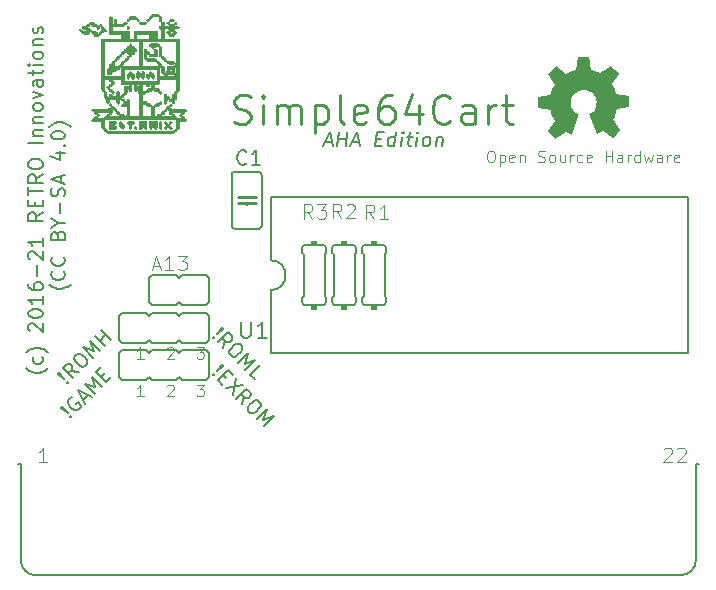
<source format=gbr>
G04 #@! TF.GenerationSoftware,KiCad,Pcbnew,5.0.2-bee76a0~70~ubuntu18.04.1*
G04 #@! TF.CreationDate,2021-04-24T13:54:54-04:00*
G04 #@! TF.ProjectId,SimpleC64Cart,53696d70-6c65-4433-9634-436172742e6b,rev?*
G04 #@! TF.SameCoordinates,Original*
G04 #@! TF.FileFunction,Legend,Top*
G04 #@! TF.FilePolarity,Positive*
%FSLAX46Y46*%
G04 Gerber Fmt 4.6, Leading zero omitted, Abs format (unit mm)*
G04 Created by KiCad (PCBNEW 5.0.2-bee76a0~70~ubuntu18.04.1) date Sat 24 Apr 2021 01:54:54 PM EDT*
%MOMM*%
%LPD*%
G01*
G04 APERTURE LIST*
%ADD10C,0.127000*%
%ADD11C,0.254000*%
%ADD12C,0.152400*%
%ADD13C,0.100000*%
%ADD14C,0.010000*%
%ADD15C,0.101600*%
%ADD16C,0.168910*%
%ADD17C,0.118872*%
%ADD18C,0.120650*%
%ADD19C,0.081280*%
G04 APERTURE END LIST*
D10*
X145678485Y-92791083D02*
X146253009Y-92791083D01*
X145520491Y-93135797D02*
X146073470Y-91929297D01*
X146324824Y-93135797D01*
X146726991Y-93135797D02*
X146877804Y-91929297D01*
X146805988Y-92503821D02*
X147495417Y-92503821D01*
X147416420Y-93135797D02*
X147567232Y-91929297D01*
X147976580Y-92791083D02*
X148551104Y-92791083D01*
X147818586Y-93135797D02*
X148371565Y-91929297D01*
X148622920Y-93135797D01*
X150023321Y-92503821D02*
X150425488Y-92503821D01*
X150518848Y-93135797D02*
X149944324Y-93135797D01*
X150095137Y-91929297D01*
X150669661Y-91929297D01*
X151552991Y-93135797D02*
X151703804Y-91929297D01*
X151560173Y-93078345D02*
X151438086Y-93135797D01*
X151208277Y-93135797D01*
X151100554Y-93078345D01*
X151050283Y-93020892D01*
X151007193Y-92905988D01*
X151050283Y-92561273D01*
X151122098Y-92446369D01*
X151186732Y-92388916D01*
X151308818Y-92331464D01*
X151538628Y-92331464D01*
X151646351Y-92388916D01*
X152127515Y-93135797D02*
X152228056Y-92331464D01*
X152278327Y-91929297D02*
X152213693Y-91986750D01*
X152263964Y-92044202D01*
X152328598Y-91986750D01*
X152278327Y-91929297D01*
X152263964Y-92044202D01*
X152630223Y-92331464D02*
X153089842Y-92331464D01*
X152852851Y-91929297D02*
X152723583Y-92963440D01*
X152766673Y-93078345D01*
X152874396Y-93135797D01*
X152989301Y-93135797D01*
X153391467Y-93135797D02*
X153492009Y-92331464D01*
X153542280Y-91929297D02*
X153477646Y-91986750D01*
X153527917Y-92044202D01*
X153592551Y-91986750D01*
X153542280Y-91929297D01*
X153527917Y-92044202D01*
X154138348Y-93135797D02*
X154030625Y-93078345D01*
X153980354Y-93020892D01*
X153937265Y-92905988D01*
X153980354Y-92561273D01*
X154052170Y-92446369D01*
X154116804Y-92388916D01*
X154238890Y-92331464D01*
X154411247Y-92331464D01*
X154518970Y-92388916D01*
X154569241Y-92446369D01*
X154612330Y-92561273D01*
X154569241Y-92905988D01*
X154497426Y-93020892D01*
X154432792Y-93078345D01*
X154310705Y-93135797D01*
X154138348Y-93135797D01*
X155158128Y-92331464D02*
X155057586Y-93135797D01*
X155143765Y-92446369D02*
X155208399Y-92388916D01*
X155330485Y-92331464D01*
X155502842Y-92331464D01*
X155610565Y-92388916D01*
X155653655Y-92503821D01*
X155574658Y-93135797D01*
X122233266Y-111949290D02*
X122175814Y-112006742D01*
X122003457Y-112121647D01*
X121888552Y-112179100D01*
X121716195Y-112236552D01*
X121428933Y-112294004D01*
X121199123Y-112294004D01*
X120911861Y-112236552D01*
X120739504Y-112179100D01*
X120624600Y-112121647D01*
X120452242Y-112006742D01*
X120394790Y-111949290D01*
X121716195Y-110972600D02*
X121773647Y-111087504D01*
X121773647Y-111317314D01*
X121716195Y-111432219D01*
X121658742Y-111489671D01*
X121543838Y-111547123D01*
X121199123Y-111547123D01*
X121084219Y-111489671D01*
X121026766Y-111432219D01*
X120969314Y-111317314D01*
X120969314Y-111087504D01*
X121026766Y-110972600D01*
X122233266Y-110570433D02*
X122175814Y-110512980D01*
X122003457Y-110398076D01*
X121888552Y-110340623D01*
X121716195Y-110283171D01*
X121428933Y-110225719D01*
X121199123Y-110225719D01*
X120911861Y-110283171D01*
X120739504Y-110340623D01*
X120624600Y-110398076D01*
X120452242Y-110512980D01*
X120394790Y-110570433D01*
X120682052Y-108789409D02*
X120624600Y-108731957D01*
X120567147Y-108617052D01*
X120567147Y-108329790D01*
X120624600Y-108214885D01*
X120682052Y-108157433D01*
X120796957Y-108099980D01*
X120911861Y-108099980D01*
X121084219Y-108157433D01*
X121773647Y-108846861D01*
X121773647Y-108099980D01*
X120567147Y-107353100D02*
X120567147Y-107238195D01*
X120624600Y-107123290D01*
X120682052Y-107065838D01*
X120796957Y-107008385D01*
X121026766Y-106950933D01*
X121314028Y-106950933D01*
X121543838Y-107008385D01*
X121658742Y-107065838D01*
X121716195Y-107123290D01*
X121773647Y-107238195D01*
X121773647Y-107353100D01*
X121716195Y-107468004D01*
X121658742Y-107525457D01*
X121543838Y-107582909D01*
X121314028Y-107640361D01*
X121026766Y-107640361D01*
X120796957Y-107582909D01*
X120682052Y-107525457D01*
X120624600Y-107468004D01*
X120567147Y-107353100D01*
X121773647Y-105801885D02*
X121773647Y-106491314D01*
X121773647Y-106146600D02*
X120567147Y-106146600D01*
X120739504Y-106261504D01*
X120854409Y-106376409D01*
X120911861Y-106491314D01*
X120567147Y-104767742D02*
X120567147Y-104997552D01*
X120624600Y-105112457D01*
X120682052Y-105169909D01*
X120854409Y-105284814D01*
X121084219Y-105342266D01*
X121543838Y-105342266D01*
X121658742Y-105284814D01*
X121716195Y-105227361D01*
X121773647Y-105112457D01*
X121773647Y-104882647D01*
X121716195Y-104767742D01*
X121658742Y-104710290D01*
X121543838Y-104652838D01*
X121256576Y-104652838D01*
X121141671Y-104710290D01*
X121084219Y-104767742D01*
X121026766Y-104882647D01*
X121026766Y-105112457D01*
X121084219Y-105227361D01*
X121141671Y-105284814D01*
X121256576Y-105342266D01*
X121314028Y-104135766D02*
X121314028Y-103216528D01*
X120682052Y-102699457D02*
X120624600Y-102642004D01*
X120567147Y-102527100D01*
X120567147Y-102239838D01*
X120624600Y-102124933D01*
X120682052Y-102067480D01*
X120796957Y-102010028D01*
X120911861Y-102010028D01*
X121084219Y-102067480D01*
X121773647Y-102756909D01*
X121773647Y-102010028D01*
X121773647Y-100860980D02*
X121773647Y-101550409D01*
X121773647Y-101205695D02*
X120567147Y-101205695D01*
X120739504Y-101320600D01*
X120854409Y-101435504D01*
X120911861Y-101550409D01*
X121773647Y-98735242D02*
X121199123Y-99137409D01*
X121773647Y-99424671D02*
X120567147Y-99424671D01*
X120567147Y-98965052D01*
X120624600Y-98850147D01*
X120682052Y-98792695D01*
X120796957Y-98735242D01*
X120969314Y-98735242D01*
X121084219Y-98792695D01*
X121141671Y-98850147D01*
X121199123Y-98965052D01*
X121199123Y-99424671D01*
X121141671Y-98218171D02*
X121141671Y-97816004D01*
X121773647Y-97643647D02*
X121773647Y-98218171D01*
X120567147Y-98218171D01*
X120567147Y-97643647D01*
X120567147Y-97298933D02*
X120567147Y-96609504D01*
X121773647Y-96954219D02*
X120567147Y-96954219D01*
X121773647Y-95517909D02*
X121199123Y-95920076D01*
X121773647Y-96207338D02*
X120567147Y-96207338D01*
X120567147Y-95747719D01*
X120624600Y-95632814D01*
X120682052Y-95575361D01*
X120796957Y-95517909D01*
X120969314Y-95517909D01*
X121084219Y-95575361D01*
X121141671Y-95632814D01*
X121199123Y-95747719D01*
X121199123Y-96207338D01*
X120567147Y-94771028D02*
X120567147Y-94541219D01*
X120624600Y-94426314D01*
X120739504Y-94311409D01*
X120969314Y-94253957D01*
X121371480Y-94253957D01*
X121601290Y-94311409D01*
X121716195Y-94426314D01*
X121773647Y-94541219D01*
X121773647Y-94771028D01*
X121716195Y-94885933D01*
X121601290Y-95000838D01*
X121371480Y-95058290D01*
X120969314Y-95058290D01*
X120739504Y-95000838D01*
X120624600Y-94885933D01*
X120567147Y-94771028D01*
X121773647Y-92817647D02*
X120567147Y-92817647D01*
X120969314Y-92243123D02*
X121773647Y-92243123D01*
X121084219Y-92243123D02*
X121026766Y-92185671D01*
X120969314Y-92070766D01*
X120969314Y-91898409D01*
X121026766Y-91783504D01*
X121141671Y-91726052D01*
X121773647Y-91726052D01*
X120969314Y-91151528D02*
X121773647Y-91151528D01*
X121084219Y-91151528D02*
X121026766Y-91094076D01*
X120969314Y-90979171D01*
X120969314Y-90806814D01*
X121026766Y-90691909D01*
X121141671Y-90634457D01*
X121773647Y-90634457D01*
X121773647Y-89887576D02*
X121716195Y-90002480D01*
X121658742Y-90059933D01*
X121543838Y-90117385D01*
X121199123Y-90117385D01*
X121084219Y-90059933D01*
X121026766Y-90002480D01*
X120969314Y-89887576D01*
X120969314Y-89715219D01*
X121026766Y-89600314D01*
X121084219Y-89542861D01*
X121199123Y-89485409D01*
X121543838Y-89485409D01*
X121658742Y-89542861D01*
X121716195Y-89600314D01*
X121773647Y-89715219D01*
X121773647Y-89887576D01*
X120969314Y-89083242D02*
X121773647Y-88795980D01*
X120969314Y-88508719D01*
X121773647Y-87532028D02*
X121141671Y-87532028D01*
X121026766Y-87589480D01*
X120969314Y-87704385D01*
X120969314Y-87934195D01*
X121026766Y-88049100D01*
X121716195Y-87532028D02*
X121773647Y-87646933D01*
X121773647Y-87934195D01*
X121716195Y-88049100D01*
X121601290Y-88106552D01*
X121486385Y-88106552D01*
X121371480Y-88049100D01*
X121314028Y-87934195D01*
X121314028Y-87646933D01*
X121256576Y-87532028D01*
X120969314Y-87129861D02*
X120969314Y-86670242D01*
X120567147Y-86957504D02*
X121601290Y-86957504D01*
X121716195Y-86900052D01*
X121773647Y-86785147D01*
X121773647Y-86670242D01*
X121773647Y-86268076D02*
X120969314Y-86268076D01*
X120567147Y-86268076D02*
X120624600Y-86325528D01*
X120682052Y-86268076D01*
X120624600Y-86210623D01*
X120567147Y-86268076D01*
X120682052Y-86268076D01*
X121773647Y-85521195D02*
X121716195Y-85636100D01*
X121658742Y-85693552D01*
X121543838Y-85751004D01*
X121199123Y-85751004D01*
X121084219Y-85693552D01*
X121026766Y-85636100D01*
X120969314Y-85521195D01*
X120969314Y-85348838D01*
X121026766Y-85233933D01*
X121084219Y-85176480D01*
X121199123Y-85119028D01*
X121543838Y-85119028D01*
X121658742Y-85176480D01*
X121716195Y-85233933D01*
X121773647Y-85348838D01*
X121773647Y-85521195D01*
X120969314Y-84601957D02*
X121773647Y-84601957D01*
X121084219Y-84601957D02*
X121026766Y-84544504D01*
X120969314Y-84429600D01*
X120969314Y-84257242D01*
X121026766Y-84142338D01*
X121141671Y-84084885D01*
X121773647Y-84084885D01*
X121716195Y-83567814D02*
X121773647Y-83452909D01*
X121773647Y-83223100D01*
X121716195Y-83108195D01*
X121601290Y-83050742D01*
X121543838Y-83050742D01*
X121428933Y-83108195D01*
X121371480Y-83223100D01*
X121371480Y-83395457D01*
X121314028Y-83510361D01*
X121199123Y-83567814D01*
X121141671Y-83567814D01*
X121026766Y-83510361D01*
X120969314Y-83395457D01*
X120969314Y-83223100D01*
X121026766Y-83108195D01*
D11*
X138013319Y-91121290D02*
X138358033Y-91236195D01*
X138932557Y-91236195D01*
X139162366Y-91121290D01*
X139277271Y-91006385D01*
X139392176Y-90776576D01*
X139392176Y-90546766D01*
X139277271Y-90316957D01*
X139162366Y-90202052D01*
X138932557Y-90087147D01*
X138472938Y-89972242D01*
X138243128Y-89857338D01*
X138128223Y-89742433D01*
X138013319Y-89512623D01*
X138013319Y-89282814D01*
X138128223Y-89053004D01*
X138243128Y-88938100D01*
X138472938Y-88823195D01*
X139047461Y-88823195D01*
X139392176Y-88938100D01*
X140426319Y-91236195D02*
X140426319Y-89627528D01*
X140426319Y-88823195D02*
X140311414Y-88938100D01*
X140426319Y-89053004D01*
X140541223Y-88938100D01*
X140426319Y-88823195D01*
X140426319Y-89053004D01*
X141575366Y-91236195D02*
X141575366Y-89627528D01*
X141575366Y-89857338D02*
X141690271Y-89742433D01*
X141920080Y-89627528D01*
X142264795Y-89627528D01*
X142494604Y-89742433D01*
X142609509Y-89972242D01*
X142609509Y-91236195D01*
X142609509Y-89972242D02*
X142724414Y-89742433D01*
X142954223Y-89627528D01*
X143298938Y-89627528D01*
X143528747Y-89742433D01*
X143643652Y-89972242D01*
X143643652Y-91236195D01*
X144792700Y-89627528D02*
X144792700Y-92040528D01*
X144792700Y-89742433D02*
X145022509Y-89627528D01*
X145482128Y-89627528D01*
X145711938Y-89742433D01*
X145826842Y-89857338D01*
X145941747Y-90087147D01*
X145941747Y-90776576D01*
X145826842Y-91006385D01*
X145711938Y-91121290D01*
X145482128Y-91236195D01*
X145022509Y-91236195D01*
X144792700Y-91121290D01*
X147320604Y-91236195D02*
X147090795Y-91121290D01*
X146975890Y-90891480D01*
X146975890Y-88823195D01*
X149159080Y-91121290D02*
X148929271Y-91236195D01*
X148469652Y-91236195D01*
X148239842Y-91121290D01*
X148124938Y-90891480D01*
X148124938Y-89972242D01*
X148239842Y-89742433D01*
X148469652Y-89627528D01*
X148929271Y-89627528D01*
X149159080Y-89742433D01*
X149273985Y-89972242D01*
X149273985Y-90202052D01*
X148124938Y-90431861D01*
X151342271Y-88823195D02*
X150882652Y-88823195D01*
X150652842Y-88938100D01*
X150537938Y-89053004D01*
X150308128Y-89397719D01*
X150193223Y-89857338D01*
X150193223Y-90776576D01*
X150308128Y-91006385D01*
X150423033Y-91121290D01*
X150652842Y-91236195D01*
X151112461Y-91236195D01*
X151342271Y-91121290D01*
X151457176Y-91006385D01*
X151572080Y-90776576D01*
X151572080Y-90202052D01*
X151457176Y-89972242D01*
X151342271Y-89857338D01*
X151112461Y-89742433D01*
X150652842Y-89742433D01*
X150423033Y-89857338D01*
X150308128Y-89972242D01*
X150193223Y-90202052D01*
X153640366Y-89627528D02*
X153640366Y-91236195D01*
X153065842Y-88708290D02*
X152491319Y-90431861D01*
X153985080Y-90431861D01*
X156283176Y-91006385D02*
X156168271Y-91121290D01*
X155823557Y-91236195D01*
X155593747Y-91236195D01*
X155249033Y-91121290D01*
X155019223Y-90891480D01*
X154904319Y-90661671D01*
X154789414Y-90202052D01*
X154789414Y-89857338D01*
X154904319Y-89397719D01*
X155019223Y-89167909D01*
X155249033Y-88938100D01*
X155593747Y-88823195D01*
X155823557Y-88823195D01*
X156168271Y-88938100D01*
X156283176Y-89053004D01*
X158351461Y-91236195D02*
X158351461Y-89972242D01*
X158236557Y-89742433D01*
X158006747Y-89627528D01*
X157547128Y-89627528D01*
X157317319Y-89742433D01*
X158351461Y-91121290D02*
X158121652Y-91236195D01*
X157547128Y-91236195D01*
X157317319Y-91121290D01*
X157202414Y-90891480D01*
X157202414Y-90661671D01*
X157317319Y-90431861D01*
X157547128Y-90316957D01*
X158121652Y-90316957D01*
X158351461Y-90202052D01*
X159500509Y-91236195D02*
X159500509Y-89627528D01*
X159500509Y-90087147D02*
X159615414Y-89857338D01*
X159730319Y-89742433D01*
X159960128Y-89627528D01*
X160189938Y-89627528D01*
X160649557Y-89627528D02*
X161568795Y-89627528D01*
X160994271Y-88823195D02*
X160994271Y-90891480D01*
X161109176Y-91121290D01*
X161338985Y-91236195D01*
X161568795Y-91236195D01*
D10*
X124138266Y-104853921D02*
X124080814Y-104911373D01*
X123908457Y-105026278D01*
X123793552Y-105083730D01*
X123621195Y-105141183D01*
X123333933Y-105198635D01*
X123104123Y-105198635D01*
X122816861Y-105141183D01*
X122644504Y-105083730D01*
X122529600Y-105026278D01*
X122357242Y-104911373D01*
X122299790Y-104853921D01*
X123563742Y-103704873D02*
X123621195Y-103762326D01*
X123678647Y-103934683D01*
X123678647Y-104049588D01*
X123621195Y-104221945D01*
X123506290Y-104336850D01*
X123391385Y-104394302D01*
X123161576Y-104451754D01*
X122989219Y-104451754D01*
X122759409Y-104394302D01*
X122644504Y-104336850D01*
X122529600Y-104221945D01*
X122472147Y-104049588D01*
X122472147Y-103934683D01*
X122529600Y-103762326D01*
X122587052Y-103704873D01*
X123563742Y-102498373D02*
X123621195Y-102555826D01*
X123678647Y-102728183D01*
X123678647Y-102843088D01*
X123621195Y-103015445D01*
X123506290Y-103130350D01*
X123391385Y-103187802D01*
X123161576Y-103245254D01*
X122989219Y-103245254D01*
X122759409Y-103187802D01*
X122644504Y-103130350D01*
X122529600Y-103015445D01*
X122472147Y-102843088D01*
X122472147Y-102728183D01*
X122529600Y-102555826D01*
X122587052Y-102498373D01*
X123046671Y-100659897D02*
X123104123Y-100487540D01*
X123161576Y-100430088D01*
X123276480Y-100372635D01*
X123448838Y-100372635D01*
X123563742Y-100430088D01*
X123621195Y-100487540D01*
X123678647Y-100602445D01*
X123678647Y-101062064D01*
X122472147Y-101062064D01*
X122472147Y-100659897D01*
X122529600Y-100544992D01*
X122587052Y-100487540D01*
X122701957Y-100430088D01*
X122816861Y-100430088D01*
X122931766Y-100487540D01*
X122989219Y-100544992D01*
X123046671Y-100659897D01*
X123046671Y-101062064D01*
X123104123Y-99625754D02*
X123678647Y-99625754D01*
X122472147Y-100027921D02*
X123104123Y-99625754D01*
X122472147Y-99223588D01*
X123219028Y-98821421D02*
X123219028Y-97902183D01*
X123621195Y-97385111D02*
X123678647Y-97212754D01*
X123678647Y-96925492D01*
X123621195Y-96810588D01*
X123563742Y-96753135D01*
X123448838Y-96695683D01*
X123333933Y-96695683D01*
X123219028Y-96753135D01*
X123161576Y-96810588D01*
X123104123Y-96925492D01*
X123046671Y-97155302D01*
X122989219Y-97270207D01*
X122931766Y-97327659D01*
X122816861Y-97385111D01*
X122701957Y-97385111D01*
X122587052Y-97327659D01*
X122529600Y-97270207D01*
X122472147Y-97155302D01*
X122472147Y-96868040D01*
X122529600Y-96695683D01*
X123333933Y-96236064D02*
X123333933Y-95661540D01*
X123678647Y-96350969D02*
X122472147Y-95948802D01*
X123678647Y-95546635D01*
X122874314Y-93708159D02*
X123678647Y-93708159D01*
X122414695Y-93995421D02*
X123276480Y-94282683D01*
X123276480Y-93535802D01*
X123563742Y-93076183D02*
X123621195Y-93018730D01*
X123678647Y-93076183D01*
X123621195Y-93133635D01*
X123563742Y-93076183D01*
X123678647Y-93076183D01*
X122472147Y-92271850D02*
X122472147Y-92156945D01*
X122529600Y-92042040D01*
X122587052Y-91984588D01*
X122701957Y-91927135D01*
X122931766Y-91869683D01*
X123219028Y-91869683D01*
X123448838Y-91927135D01*
X123563742Y-91984588D01*
X123621195Y-92042040D01*
X123678647Y-92156945D01*
X123678647Y-92271850D01*
X123621195Y-92386754D01*
X123563742Y-92444207D01*
X123448838Y-92501659D01*
X123219028Y-92559111D01*
X122931766Y-92559111D01*
X122701957Y-92501659D01*
X122587052Y-92444207D01*
X122529600Y-92386754D01*
X122472147Y-92271850D01*
X124138266Y-91467516D02*
X124080814Y-91410064D01*
X123908457Y-91295159D01*
X123793552Y-91237707D01*
X123621195Y-91180254D01*
X123333933Y-91122802D01*
X123104123Y-91122802D01*
X122816861Y-91180254D01*
X122644504Y-91237707D01*
X122529600Y-91295159D01*
X122357242Y-91410064D01*
X122299790Y-91467516D01*
X123845230Y-113094468D02*
X123926480Y-113094468D01*
X123926480Y-113175718D01*
X123845230Y-113175718D01*
X123845230Y-113094468D01*
X123926480Y-113175718D01*
X123601480Y-112850718D02*
X123073356Y-112403843D01*
X123073356Y-112322593D01*
X123154606Y-112322593D01*
X123601480Y-112850718D01*
X123073356Y-112322593D01*
X124820229Y-112281968D02*
X124129605Y-112160093D01*
X124332730Y-112769468D02*
X123479606Y-111916344D01*
X123804605Y-111591344D01*
X123926480Y-111550719D01*
X124007730Y-111550719D01*
X124129605Y-111591344D01*
X124251480Y-111713219D01*
X124292105Y-111835094D01*
X124292105Y-111916344D01*
X124251480Y-112038218D01*
X123926480Y-112363218D01*
X124495230Y-110900719D02*
X124657730Y-110738219D01*
X124779605Y-110697594D01*
X124942104Y-110697594D01*
X125145229Y-110819469D01*
X125429604Y-111103844D01*
X125551479Y-111306969D01*
X125551479Y-111469469D01*
X125510854Y-111591344D01*
X125348354Y-111753844D01*
X125226479Y-111794469D01*
X125063979Y-111794469D01*
X124860854Y-111672594D01*
X124576480Y-111388219D01*
X124454605Y-111185094D01*
X124454605Y-111022594D01*
X124495230Y-110900719D01*
X126079604Y-111022594D02*
X125226479Y-110169470D01*
X126120228Y-110494470D01*
X125795229Y-109600720D01*
X126648353Y-110453845D01*
X127054603Y-110047595D02*
X126201478Y-109194471D01*
X126607728Y-109600720D02*
X127095228Y-109113221D01*
X127542102Y-109560095D02*
X126688978Y-108706971D01*
X136264471Y-109260721D02*
X136264471Y-109341971D01*
X136183221Y-109341971D01*
X136183221Y-109260721D01*
X136264471Y-109260721D01*
X136183221Y-109341971D01*
X136508221Y-109016971D02*
X136955095Y-108488847D01*
X137036345Y-108488847D01*
X137036345Y-108570097D01*
X136508221Y-109016971D01*
X137036345Y-108488847D01*
X137076970Y-110235720D02*
X137198845Y-109545096D01*
X136589471Y-109748221D02*
X137442595Y-108895096D01*
X137767595Y-109220096D01*
X137808220Y-109341971D01*
X137808220Y-109423221D01*
X137767595Y-109545096D01*
X137645720Y-109666971D01*
X137523845Y-109707596D01*
X137442595Y-109707596D01*
X137320720Y-109666971D01*
X136995720Y-109341971D01*
X138458219Y-109910721D02*
X138620719Y-110073220D01*
X138661344Y-110195095D01*
X138661344Y-110357595D01*
X138539469Y-110560720D01*
X138255094Y-110845095D01*
X138051970Y-110966970D01*
X137889470Y-110966970D01*
X137767595Y-110926345D01*
X137605095Y-110763845D01*
X137564470Y-110641970D01*
X137564470Y-110479470D01*
X137686345Y-110276345D01*
X137970720Y-109991971D01*
X138173844Y-109870096D01*
X138336344Y-109870096D01*
X138458219Y-109910721D01*
X138336344Y-111495094D02*
X139189469Y-110641970D01*
X138864469Y-111535719D01*
X139758218Y-111210720D01*
X138905094Y-112063844D01*
X139717593Y-112876343D02*
X139311344Y-112470094D01*
X140164468Y-111616969D01*
X124129605Y-115985093D02*
X124210855Y-115985093D01*
X124210855Y-116066343D01*
X124129605Y-116066343D01*
X124129605Y-115985093D01*
X124210855Y-116066343D01*
X123885855Y-115741343D02*
X123357731Y-115294468D01*
X123357731Y-115213218D01*
X123438981Y-115213218D01*
X123885855Y-115741343D01*
X123357731Y-115213218D01*
X124251480Y-114400719D02*
X124129605Y-114441344D01*
X124007730Y-114563219D01*
X123926480Y-114725719D01*
X123926480Y-114888219D01*
X123967105Y-115010094D01*
X124088980Y-115213218D01*
X124210855Y-115335093D01*
X124413980Y-115456968D01*
X124535855Y-115497593D01*
X124698355Y-115497593D01*
X124860854Y-115416343D01*
X124942104Y-115335093D01*
X125023354Y-115172593D01*
X125023354Y-115091344D01*
X124738980Y-114806969D01*
X124576480Y-114969469D01*
X125185854Y-114603844D02*
X125592104Y-114197594D01*
X125348354Y-114928844D02*
X124779605Y-113791345D01*
X125917104Y-114360094D01*
X126201478Y-114075719D02*
X125348354Y-113222595D01*
X126242103Y-113547595D01*
X125917104Y-112653845D01*
X126770228Y-113506970D01*
X126729603Y-112653845D02*
X127013978Y-112369471D01*
X127582727Y-112694470D02*
X127176478Y-113100720D01*
X126323353Y-112247596D01*
X126729603Y-111841346D01*
X136264471Y-112435721D02*
X136264471Y-112516971D01*
X136183221Y-112516971D01*
X136183221Y-112435721D01*
X136264471Y-112435721D01*
X136183221Y-112516971D01*
X136508221Y-112191971D02*
X136955095Y-111663847D01*
X137036345Y-111663847D01*
X137036345Y-111745097D01*
X136508221Y-112191971D01*
X137036345Y-111663847D01*
X137036345Y-112476346D02*
X137320720Y-112760721D01*
X136995720Y-113329470D02*
X136589471Y-112923221D01*
X137442595Y-112070096D01*
X137848845Y-112476346D01*
X138133219Y-112760721D02*
X137848845Y-114182595D01*
X138701969Y-113329470D02*
X137280095Y-113613845D01*
X138661344Y-114995094D02*
X138783219Y-114304470D01*
X138173844Y-114507594D02*
X139026969Y-113654470D01*
X139351968Y-113979470D01*
X139392593Y-114101345D01*
X139392593Y-114182595D01*
X139351968Y-114304470D01*
X139230094Y-114426345D01*
X139108219Y-114466970D01*
X139026969Y-114466970D01*
X138905094Y-114426345D01*
X138580094Y-114101345D01*
X140042593Y-114670094D02*
X140205093Y-114832594D01*
X140245718Y-114954469D01*
X140245718Y-115116969D01*
X140123843Y-115320094D01*
X139839468Y-115604469D01*
X139636343Y-115726344D01*
X139473843Y-115726344D01*
X139351968Y-115685719D01*
X139189469Y-115523219D01*
X139148844Y-115401344D01*
X139148844Y-115238844D01*
X139270719Y-115035719D01*
X139555093Y-114751344D01*
X139758218Y-114629469D01*
X139920718Y-114629469D01*
X140042593Y-114670094D01*
X139920718Y-116254468D02*
X140773842Y-115401344D01*
X140448843Y-116295093D01*
X141342592Y-115970093D01*
X140489468Y-116823218D01*
G04 #@! TO.C,X1*
X177076100Y-120053100D02*
X177330100Y-120053100D01*
X119672100Y-120053100D02*
X119926100Y-120053100D01*
X119926100Y-128181100D02*
X119926100Y-120053100D01*
X119926100Y-128181100D02*
G75*
G03X121196100Y-129451100I1270000J0D01*
G01*
X177076100Y-128181100D02*
X177076100Y-120053100D01*
X177076100Y-128181100D02*
G75*
G02X175806100Y-129451100I-1270000J0D01*
G01*
X121196100Y-129451100D02*
X175806100Y-129451100D01*
D12*
G04 #@! TO.C,U1*
X141068100Y-110655100D02*
X176374100Y-110655100D01*
X141068100Y-97447100D02*
X176374100Y-97447100D01*
X141068100Y-97447100D02*
X141068100Y-102781100D01*
X176374100Y-110655100D02*
X176374100Y-97447100D01*
X141068100Y-105321100D02*
G75*
G03X141068100Y-102781100I0J1270000D01*
G01*
X141068100Y-105321100D02*
X141068100Y-110655100D01*
G04 #@! TO.C,JP2*
X130547100Y-112931100D02*
X128515100Y-112931100D01*
X133087100Y-112931100D02*
X131055100Y-112931100D01*
X128261100Y-112677100D02*
X128515100Y-112931100D01*
X130547100Y-112931100D02*
X130801100Y-112677100D01*
X130801100Y-112677100D02*
X131055100Y-112931100D01*
X133087100Y-112931100D02*
X133341100Y-112677100D01*
X130547100Y-110391100D02*
X128515100Y-110391100D01*
X128261100Y-110645100D02*
X128515100Y-110391100D01*
X130547100Y-110391100D02*
X130801100Y-110645100D01*
X130801100Y-110645100D02*
X131055100Y-110391100D01*
X133087100Y-110391100D02*
X131055100Y-110391100D01*
X133087100Y-110391100D02*
X133341100Y-110645100D01*
X135881100Y-110645100D02*
X135881100Y-112677100D01*
X135627100Y-110391100D02*
X135881100Y-110645100D01*
X135627100Y-112931100D02*
X135881100Y-112677100D01*
X133341100Y-112677100D02*
X133595100Y-112931100D01*
X135627100Y-112931100D02*
X133595100Y-112931100D01*
X133341100Y-110645100D02*
X133595100Y-110391100D01*
X135627100Y-110391100D02*
X133595100Y-110391100D01*
X128261100Y-112677100D02*
X128261100Y-110645100D01*
G04 #@! TO.C,JP1*
X130547100Y-109756100D02*
X128515100Y-109756100D01*
X133087100Y-109756100D02*
X131055100Y-109756100D01*
X128261100Y-109502100D02*
X128515100Y-109756100D01*
X130547100Y-109756100D02*
X130801100Y-109502100D01*
X130801100Y-109502100D02*
X131055100Y-109756100D01*
X133087100Y-109756100D02*
X133341100Y-109502100D01*
X130547100Y-107216100D02*
X128515100Y-107216100D01*
X128261100Y-107470100D02*
X128515100Y-107216100D01*
X130547100Y-107216100D02*
X130801100Y-107470100D01*
X130801100Y-107470100D02*
X131055100Y-107216100D01*
X133087100Y-107216100D02*
X131055100Y-107216100D01*
X133087100Y-107216100D02*
X133341100Y-107470100D01*
X135881100Y-107470100D02*
X135881100Y-109502100D01*
X135627100Y-107216100D02*
X135881100Y-107470100D01*
X135627100Y-109756100D02*
X135881100Y-109502100D01*
X133341100Y-109502100D02*
X133595100Y-109756100D01*
X135627100Y-109756100D02*
X133595100Y-109756100D01*
X133341100Y-107470100D02*
X133595100Y-107216100D01*
X135627100Y-107216100D02*
X133595100Y-107216100D01*
X128261100Y-109502100D02*
X128261100Y-107470100D01*
D13*
G04 #@! TO.C,R1*
G36*
X150085100Y-106972100D02*
X150085100Y-106591100D01*
X149577100Y-106591100D01*
X149577100Y-106972100D01*
X150085100Y-106972100D01*
G37*
G36*
X150085100Y-101511100D02*
X150085100Y-101130100D01*
X149577100Y-101130100D01*
X149577100Y-101511100D01*
X150085100Y-101511100D01*
G37*
D12*
X150593100Y-101511100D02*
X149069100Y-101511100D01*
X150847100Y-101765100D02*
X150847100Y-102146100D01*
X148815100Y-101765100D02*
X148815100Y-102146100D01*
X150720100Y-102273100D02*
X150720100Y-105829100D01*
X150720100Y-102273100D02*
X150847100Y-102146100D01*
X148942100Y-102273100D02*
X148942100Y-105829100D01*
X148942100Y-102273100D02*
X148815100Y-102146100D01*
X150720100Y-105829100D02*
X150847100Y-105956100D01*
X150847100Y-106337100D02*
X150847100Y-105956100D01*
X148942100Y-105829100D02*
X148815100Y-105956100D01*
X148815100Y-106337100D02*
X148815100Y-105956100D01*
X150593100Y-106591100D02*
X149069100Y-106591100D01*
X149069100Y-101511100D02*
G75*
G03X148815100Y-101765100I0J-254000D01*
G01*
X150593100Y-101511100D02*
G75*
G02X150847100Y-101765100I0J-254000D01*
G01*
X150847100Y-106337100D02*
G75*
G02X150593100Y-106591100I-254000J0D01*
G01*
X148815100Y-106337100D02*
G75*
G03X149069100Y-106591100I254000J0D01*
G01*
D13*
G04 #@! TO.C,R2*
G36*
X147545100Y-106972100D02*
X147545100Y-106591100D01*
X147037100Y-106591100D01*
X147037100Y-106972100D01*
X147545100Y-106972100D01*
G37*
G36*
X147545100Y-101511100D02*
X147545100Y-101130100D01*
X147037100Y-101130100D01*
X147037100Y-101511100D01*
X147545100Y-101511100D01*
G37*
D12*
X148053100Y-101511100D02*
X146529100Y-101511100D01*
X148307100Y-101765100D02*
X148307100Y-102146100D01*
X146275100Y-101765100D02*
X146275100Y-102146100D01*
X148180100Y-102273100D02*
X148180100Y-105829100D01*
X148180100Y-102273100D02*
X148307100Y-102146100D01*
X146402100Y-102273100D02*
X146402100Y-105829100D01*
X146402100Y-102273100D02*
X146275100Y-102146100D01*
X148180100Y-105829100D02*
X148307100Y-105956100D01*
X148307100Y-106337100D02*
X148307100Y-105956100D01*
X146402100Y-105829100D02*
X146275100Y-105956100D01*
X146275100Y-106337100D02*
X146275100Y-105956100D01*
X148053100Y-106591100D02*
X146529100Y-106591100D01*
X146529100Y-101511100D02*
G75*
G03X146275100Y-101765100I0J-254000D01*
G01*
X148053100Y-101511100D02*
G75*
G02X148307100Y-101765100I0J-254000D01*
G01*
X148307100Y-106337100D02*
G75*
G02X148053100Y-106591100I-254000J0D01*
G01*
X146275100Y-106337100D02*
G75*
G03X146529100Y-106591100I254000J0D01*
G01*
D13*
G04 #@! TO.C,R3*
G36*
X144497100Y-101130100D02*
X144497100Y-101511100D01*
X145005100Y-101511100D01*
X145005100Y-101130100D01*
X144497100Y-101130100D01*
G37*
G36*
X144497100Y-106591100D02*
X144497100Y-106972100D01*
X145005100Y-106972100D01*
X145005100Y-106591100D01*
X144497100Y-106591100D01*
G37*
D12*
X143989100Y-106591100D02*
X145513100Y-106591100D01*
X143735100Y-106337100D02*
X143735100Y-105956100D01*
X145767100Y-106337100D02*
X145767100Y-105956100D01*
X143862100Y-105829100D02*
X143862100Y-102273100D01*
X143862100Y-105829100D02*
X143735100Y-105956100D01*
X145640100Y-105829100D02*
X145640100Y-102273100D01*
X145640100Y-105829100D02*
X145767100Y-105956100D01*
X143862100Y-102273100D02*
X143735100Y-102146100D01*
X143735100Y-101765100D02*
X143735100Y-102146100D01*
X145640100Y-102273100D02*
X145767100Y-102146100D01*
X145767100Y-101765100D02*
X145767100Y-102146100D01*
X143989100Y-101511100D02*
X145513100Y-101511100D01*
X145513100Y-106591100D02*
G75*
G03X145767100Y-106337100I0J254000D01*
G01*
X143989100Y-106591100D02*
G75*
G02X143735100Y-106337100I0J254000D01*
G01*
X143735100Y-101765100D02*
G75*
G02X143989100Y-101511100I254000J0D01*
G01*
X145767100Y-101765100D02*
G75*
G03X145513100Y-101511100I-254000J0D01*
G01*
G04 #@! TO.C,C1*
X139036100Y-97955100D02*
X139036100Y-98082100D01*
D11*
X139036100Y-97955100D02*
X139798100Y-97955100D01*
X138274100Y-97955100D02*
X139036100Y-97955100D01*
X139036100Y-97447100D02*
X139798100Y-97447100D01*
X139036100Y-97447100D02*
X138274100Y-97447100D01*
D12*
X139036100Y-97320100D02*
X139036100Y-97447100D01*
X140306100Y-99860100D02*
G75*
G02X140052100Y-100114100I-254000J0D01*
G01*
X140052100Y-95288100D02*
G75*
G02X140306100Y-95542100I0J-254000D01*
G01*
X137766100Y-99860100D02*
G75*
G03X138020100Y-100114100I254000J0D01*
G01*
X138020100Y-95288100D02*
G75*
G03X137766100Y-95542100I0J-254000D01*
G01*
X138020100Y-100114100D02*
X140052100Y-100114100D01*
X138020100Y-95288100D02*
X140052100Y-95288100D01*
X140306100Y-95542100D02*
X140306100Y-99860100D01*
X137766100Y-99860100D02*
X137766100Y-95542100D01*
G04 #@! TO.C,A13*
X130801100Y-104295100D02*
X130801100Y-106327100D01*
X130801100Y-104295100D02*
X131055100Y-104041100D01*
X133087100Y-104041100D02*
X131055100Y-104041100D01*
X135627100Y-104041100D02*
X133595100Y-104041100D01*
X135627100Y-104041100D02*
X135881100Y-104295100D01*
X135881100Y-106327100D02*
X135881100Y-104295100D01*
X135627100Y-106581100D02*
X133595100Y-106581100D01*
X135627100Y-106581100D02*
X135881100Y-106327100D01*
X130801100Y-106327100D02*
X131055100Y-106581100D01*
X133087100Y-106581100D02*
X131055100Y-106581100D01*
X133341100Y-106327100D02*
X133087100Y-106581100D01*
X133341100Y-106327100D02*
X133595100Y-106581100D01*
X133341100Y-104295100D02*
X133087100Y-104041100D01*
X133341100Y-104295100D02*
X133595100Y-104041100D01*
D13*
G04 #@! TO.C,GOLD_ORB_SM1*
G36*
X167170100Y-90436700D02*
X167170102Y-90436701D01*
X166965439Y-90335273D01*
X166787218Y-90192403D01*
X166643693Y-90014709D01*
X166541513Y-89810421D01*
X166485410Y-89589001D01*
X166477982Y-89360704D01*
X166519574Y-89136105D01*
X166608260Y-88925608D01*
X166739931Y-88738960D01*
X166908488Y-88584808D01*
X167106126Y-88470292D01*
X167551100Y-88379300D01*
X167551099Y-88379300D01*
X167766139Y-88387621D01*
X167975134Y-88438931D01*
X168169578Y-88531141D01*
X168341561Y-88660500D01*
X168484082Y-88821742D01*
X168591342Y-89008308D01*
X168658977Y-89212605D01*
X168684233Y-89426319D01*
X168666085Y-89640753D01*
X168605269Y-89847182D01*
X168504261Y-90037205D01*
X168367170Y-90203090D01*
X168199577Y-90338087D01*
X168008300Y-90436700D01*
X168668700Y-92138500D01*
X169202100Y-91833700D01*
X170040300Y-92443300D01*
X170370500Y-92113100D01*
X170675300Y-91757500D01*
X170065700Y-90843100D01*
X170192700Y-90639900D01*
X170345100Y-90182700D01*
X170395900Y-90004900D01*
X171411900Y-89827100D01*
X171437300Y-89547700D01*
X171437300Y-89319100D01*
X171411900Y-89115900D01*
X171386500Y-88861900D01*
X170345100Y-88684100D01*
X170243500Y-88404700D01*
X170192700Y-88252300D01*
X170091100Y-88074500D01*
X169964100Y-87871300D01*
X170599100Y-87058500D01*
X170446700Y-86880700D01*
X170268900Y-86702900D01*
X169862500Y-86347300D01*
X168998900Y-86956900D01*
X168770300Y-86855300D01*
X168567100Y-86753700D01*
X168211500Y-86652100D01*
X168059100Y-85610700D01*
X167093900Y-85610700D01*
X166890700Y-86652100D01*
X166611300Y-86728300D01*
X166103300Y-86982300D01*
X165239700Y-86372700D01*
X165061900Y-86525100D01*
X164706300Y-86880700D01*
X164553900Y-87058500D01*
X165138100Y-87922100D01*
X165011100Y-88150700D01*
X164909500Y-88379300D01*
X164757100Y-88785700D01*
X163741100Y-88938100D01*
X163715700Y-89242900D01*
X163715700Y-89903300D01*
X164782500Y-90081100D01*
X164833300Y-90335100D01*
X164934900Y-90589100D01*
X165036500Y-90817700D01*
X165138100Y-91020900D01*
X164528500Y-91833700D01*
X164680900Y-92011500D01*
X165036500Y-92367100D01*
X165188900Y-92494100D01*
X166052500Y-91909900D01*
X166230300Y-92011500D01*
X166408100Y-92087700D01*
X166560500Y-92163900D01*
X167170100Y-90436700D01*
G37*
D14*
G04 #@! TO.C,G\002A\002A\002A*
G36*
X131428123Y-84423458D02*
X131552659Y-84441089D01*
X131606421Y-84481027D01*
X131617500Y-84546500D01*
X131657204Y-84649928D01*
X131712750Y-84673500D01*
X131766177Y-84701055D01*
X131795872Y-84799516D01*
X131807302Y-84992576D01*
X131808000Y-85086250D01*
X131811958Y-85309623D01*
X131829589Y-85434159D01*
X131869527Y-85487921D01*
X131935000Y-85499000D01*
X132037987Y-85535852D01*
X132062000Y-85587456D01*
X132113220Y-85685485D01*
X132157250Y-85712463D01*
X132241722Y-85797326D01*
X132252500Y-85846257D01*
X132284588Y-85907050D01*
X132397314Y-85936864D01*
X132570000Y-85943500D01*
X132769663Y-85953696D01*
X132867183Y-85989001D01*
X132887500Y-86038750D01*
X132853510Y-86098649D01*
X132735829Y-86127904D01*
X132570000Y-86134000D01*
X132370336Y-86123803D01*
X132272816Y-86088498D01*
X132252500Y-86038750D01*
X132201670Y-85954563D01*
X132157250Y-85943500D01*
X132072978Y-85896475D01*
X132062000Y-85855656D01*
X132008798Y-85770363D01*
X131935000Y-85734600D01*
X131831725Y-85665116D01*
X131808000Y-85600194D01*
X131759727Y-85512251D01*
X131712750Y-85499000D01*
X131659322Y-85471444D01*
X131629627Y-85372983D01*
X131618197Y-85179923D01*
X131617500Y-85086250D01*
X131617500Y-84673500D01*
X131395250Y-84673500D01*
X131230870Y-84694154D01*
X131173401Y-84760075D01*
X131173000Y-84768750D01*
X131122170Y-84852936D01*
X131077750Y-84864000D01*
X130993563Y-84813170D01*
X130982500Y-84768750D01*
X130931670Y-84684563D01*
X130887250Y-84673500D01*
X130809678Y-84620560D01*
X130792000Y-84546500D01*
X130804864Y-84477769D01*
X130862165Y-84439450D01*
X130991965Y-84422908D01*
X131204750Y-84419500D01*
X131428123Y-84423458D01*
X131428123Y-84423458D01*
G37*
X131428123Y-84423458D02*
X131552659Y-84441089D01*
X131606421Y-84481027D01*
X131617500Y-84546500D01*
X131657204Y-84649928D01*
X131712750Y-84673500D01*
X131766177Y-84701055D01*
X131795872Y-84799516D01*
X131807302Y-84992576D01*
X131808000Y-85086250D01*
X131811958Y-85309623D01*
X131829589Y-85434159D01*
X131869527Y-85487921D01*
X131935000Y-85499000D01*
X132037987Y-85535852D01*
X132062000Y-85587456D01*
X132113220Y-85685485D01*
X132157250Y-85712463D01*
X132241722Y-85797326D01*
X132252500Y-85846257D01*
X132284588Y-85907050D01*
X132397314Y-85936864D01*
X132570000Y-85943500D01*
X132769663Y-85953696D01*
X132867183Y-85989001D01*
X132887500Y-86038750D01*
X132853510Y-86098649D01*
X132735829Y-86127904D01*
X132570000Y-86134000D01*
X132370336Y-86123803D01*
X132272816Y-86088498D01*
X132252500Y-86038750D01*
X132201670Y-85954563D01*
X132157250Y-85943500D01*
X132072978Y-85896475D01*
X132062000Y-85855656D01*
X132008798Y-85770363D01*
X131935000Y-85734600D01*
X131831725Y-85665116D01*
X131808000Y-85600194D01*
X131759727Y-85512251D01*
X131712750Y-85499000D01*
X131659322Y-85471444D01*
X131629627Y-85372983D01*
X131618197Y-85179923D01*
X131617500Y-85086250D01*
X131617500Y-84673500D01*
X131395250Y-84673500D01*
X131230870Y-84694154D01*
X131173401Y-84760075D01*
X131173000Y-84768750D01*
X131122170Y-84852936D01*
X131077750Y-84864000D01*
X130993563Y-84813170D01*
X130982500Y-84768750D01*
X130931670Y-84684563D01*
X130887250Y-84673500D01*
X130809678Y-84620560D01*
X130792000Y-84546500D01*
X130804864Y-84477769D01*
X130862165Y-84439450D01*
X130991965Y-84422908D01*
X131204750Y-84419500D01*
X131428123Y-84423458D01*
G36*
X130971436Y-86819829D02*
X130982500Y-86864250D01*
X131033329Y-86948436D01*
X131077750Y-86959500D01*
X131148198Y-87007694D01*
X131172827Y-87161508D01*
X131173000Y-87181750D01*
X131152345Y-87346129D01*
X131086424Y-87403598D01*
X131077750Y-87404000D01*
X130993563Y-87353170D01*
X130982500Y-87308750D01*
X130931670Y-87224563D01*
X130887250Y-87213500D01*
X130803063Y-87264329D01*
X130792000Y-87308750D01*
X130739060Y-87386321D01*
X130665000Y-87404000D01*
X130573145Y-87375162D01*
X130539790Y-87266739D01*
X130538000Y-87207555D01*
X130565778Y-87050074D01*
X130660226Y-86979196D01*
X130665000Y-86977899D01*
X130768197Y-86914113D01*
X130792000Y-86856843D01*
X130842989Y-86779125D01*
X130887250Y-86769000D01*
X130971436Y-86819829D01*
X130971436Y-86819829D01*
G37*
X130971436Y-86819829D02*
X130982500Y-86864250D01*
X131033329Y-86948436D01*
X131077750Y-86959500D01*
X131148198Y-87007694D01*
X131172827Y-87161508D01*
X131173000Y-87181750D01*
X131152345Y-87346129D01*
X131086424Y-87403598D01*
X131077750Y-87404000D01*
X130993563Y-87353170D01*
X130982500Y-87308750D01*
X130931670Y-87224563D01*
X130887250Y-87213500D01*
X130803063Y-87264329D01*
X130792000Y-87308750D01*
X130739060Y-87386321D01*
X130665000Y-87404000D01*
X130573145Y-87375162D01*
X130539790Y-87266739D01*
X130538000Y-87207555D01*
X130565778Y-87050074D01*
X130660226Y-86979196D01*
X130665000Y-86977899D01*
X130768197Y-86914113D01*
X130792000Y-86856843D01*
X130842989Y-86779125D01*
X130887250Y-86769000D01*
X130971436Y-86819829D01*
G36*
X130312149Y-86802989D02*
X130341404Y-86920670D01*
X130347500Y-87086500D01*
X130337303Y-87286163D01*
X130301998Y-87383683D01*
X130252250Y-87404000D01*
X130168063Y-87353170D01*
X130157000Y-87308750D01*
X130104060Y-87231178D01*
X130030000Y-87213500D01*
X129926571Y-87253204D01*
X129903000Y-87308750D01*
X129852170Y-87392936D01*
X129807750Y-87404000D01*
X129747850Y-87370010D01*
X129718595Y-87252329D01*
X129712500Y-87086500D01*
X129722696Y-86886836D01*
X129758001Y-86789316D01*
X129807750Y-86769000D01*
X129891936Y-86819829D01*
X129903000Y-86864250D01*
X129955939Y-86941821D01*
X130030000Y-86959500D01*
X130133428Y-86919795D01*
X130157000Y-86864250D01*
X130207829Y-86780063D01*
X130252250Y-86769000D01*
X130312149Y-86802989D01*
X130312149Y-86802989D01*
G37*
X130312149Y-86802989D02*
X130341404Y-86920670D01*
X130347500Y-87086500D01*
X130337303Y-87286163D01*
X130301998Y-87383683D01*
X130252250Y-87404000D01*
X130168063Y-87353170D01*
X130157000Y-87308750D01*
X130104060Y-87231178D01*
X130030000Y-87213500D01*
X129926571Y-87253204D01*
X129903000Y-87308750D01*
X129852170Y-87392936D01*
X129807750Y-87404000D01*
X129747850Y-87370010D01*
X129718595Y-87252329D01*
X129712500Y-87086500D01*
X129722696Y-86886836D01*
X129758001Y-86789316D01*
X129807750Y-86769000D01*
X129891936Y-86819829D01*
X129903000Y-86864250D01*
X129955939Y-86941821D01*
X130030000Y-86959500D01*
X130133428Y-86919795D01*
X130157000Y-86864250D01*
X130207829Y-86780063D01*
X130252250Y-86769000D01*
X130312149Y-86802989D01*
G36*
X129257021Y-86816024D02*
X129268000Y-86856843D01*
X129321201Y-86942136D01*
X129395000Y-86977899D01*
X129492113Y-87046263D01*
X129521968Y-87200162D01*
X129522000Y-87207555D01*
X129503357Y-87349636D01*
X129433262Y-87401229D01*
X129395000Y-87404000D01*
X129291571Y-87364295D01*
X129268000Y-87308750D01*
X129217170Y-87224563D01*
X129172750Y-87213500D01*
X129088563Y-87264329D01*
X129077500Y-87308750D01*
X129026670Y-87392936D01*
X128982250Y-87404000D01*
X128911801Y-87355805D01*
X128887172Y-87201991D01*
X128887000Y-87181750D01*
X128907654Y-87017370D01*
X128973575Y-86959901D01*
X128982250Y-86959500D01*
X129066436Y-86908670D01*
X129077500Y-86864250D01*
X129128329Y-86780063D01*
X129172750Y-86769000D01*
X129257021Y-86816024D01*
X129257021Y-86816024D01*
G37*
X129257021Y-86816024D02*
X129268000Y-86856843D01*
X129321201Y-86942136D01*
X129395000Y-86977899D01*
X129492113Y-87046263D01*
X129521968Y-87200162D01*
X129522000Y-87207555D01*
X129503357Y-87349636D01*
X129433262Y-87401229D01*
X129395000Y-87404000D01*
X129291571Y-87364295D01*
X129268000Y-87308750D01*
X129217170Y-87224563D01*
X129172750Y-87213500D01*
X129088563Y-87264329D01*
X129077500Y-87308750D01*
X129026670Y-87392936D01*
X128982250Y-87404000D01*
X128911801Y-87355805D01*
X128887172Y-87201991D01*
X128887000Y-87181750D01*
X128907654Y-87017370D01*
X128973575Y-86959901D01*
X128982250Y-86959500D01*
X129066436Y-86908670D01*
X129077500Y-86864250D01*
X129128329Y-86780063D01*
X129172750Y-86769000D01*
X129257021Y-86816024D01*
G36*
X132673428Y-91063204D02*
X132697000Y-91118750D01*
X132644060Y-91196321D01*
X132570000Y-91214000D01*
X132467006Y-91250602D01*
X132443000Y-91301843D01*
X132496201Y-91387136D01*
X132570000Y-91422899D01*
X132673274Y-91492383D01*
X132697000Y-91557305D01*
X132643965Y-91641301D01*
X132570000Y-91658500D01*
X132466571Y-91618795D01*
X132443000Y-91563250D01*
X132392170Y-91479063D01*
X132347750Y-91468000D01*
X132263563Y-91518829D01*
X132252500Y-91563250D01*
X132201670Y-91647436D01*
X132157250Y-91658500D01*
X132079678Y-91605560D01*
X132062000Y-91531500D01*
X132101704Y-91428071D01*
X132157250Y-91404500D01*
X132241436Y-91353670D01*
X132252500Y-91309250D01*
X132201670Y-91225063D01*
X132157250Y-91214000D01*
X132073063Y-91163170D01*
X132062000Y-91118750D01*
X132112829Y-91034563D01*
X132157250Y-91023500D01*
X132241436Y-91074329D01*
X132252500Y-91118750D01*
X132303329Y-91202936D01*
X132347750Y-91214000D01*
X132431936Y-91163170D01*
X132443000Y-91118750D01*
X132495939Y-91041178D01*
X132570000Y-91023500D01*
X132673428Y-91063204D01*
X132673428Y-91063204D01*
G37*
X132673428Y-91063204D02*
X132697000Y-91118750D01*
X132644060Y-91196321D01*
X132570000Y-91214000D01*
X132467006Y-91250602D01*
X132443000Y-91301843D01*
X132496201Y-91387136D01*
X132570000Y-91422899D01*
X132673274Y-91492383D01*
X132697000Y-91557305D01*
X132643965Y-91641301D01*
X132570000Y-91658500D01*
X132466571Y-91618795D01*
X132443000Y-91563250D01*
X132392170Y-91479063D01*
X132347750Y-91468000D01*
X132263563Y-91518829D01*
X132252500Y-91563250D01*
X132201670Y-91647436D01*
X132157250Y-91658500D01*
X132079678Y-91605560D01*
X132062000Y-91531500D01*
X132101704Y-91428071D01*
X132157250Y-91404500D01*
X132241436Y-91353670D01*
X132252500Y-91309250D01*
X132201670Y-91225063D01*
X132157250Y-91214000D01*
X132073063Y-91163170D01*
X132062000Y-91118750D01*
X132112829Y-91034563D01*
X132157250Y-91023500D01*
X132241436Y-91074329D01*
X132252500Y-91118750D01*
X132303329Y-91202936D01*
X132347750Y-91214000D01*
X132431936Y-91163170D01*
X132443000Y-91118750D01*
X132495939Y-91041178D01*
X132570000Y-91023500D01*
X132673428Y-91063204D01*
G36*
X131772649Y-91057489D02*
X131801904Y-91175170D01*
X131808000Y-91341000D01*
X131797803Y-91540663D01*
X131762498Y-91638183D01*
X131712750Y-91658500D01*
X131652850Y-91624510D01*
X131623595Y-91506829D01*
X131617500Y-91341000D01*
X131627696Y-91141336D01*
X131663001Y-91043816D01*
X131712750Y-91023500D01*
X131772649Y-91057489D01*
X131772649Y-91057489D01*
G37*
X131772649Y-91057489D02*
X131801904Y-91175170D01*
X131808000Y-91341000D01*
X131797803Y-91540663D01*
X131762498Y-91638183D01*
X131712750Y-91658500D01*
X131652850Y-91624510D01*
X131623595Y-91506829D01*
X131617500Y-91341000D01*
X131627696Y-91141336D01*
X131663001Y-91043816D01*
X131712750Y-91023500D01*
X131772649Y-91057489D01*
G36*
X131427000Y-91341000D02*
X131420313Y-91531437D01*
X131391932Y-91626416D01*
X131329374Y-91657141D01*
X131300000Y-91658500D01*
X131196571Y-91618795D01*
X131173000Y-91563250D01*
X131122170Y-91479063D01*
X131077750Y-91468000D01*
X130993563Y-91518829D01*
X130982500Y-91563250D01*
X130931670Y-91647436D01*
X130887250Y-91658500D01*
X130827350Y-91624510D01*
X130798095Y-91506829D01*
X130792000Y-91341000D01*
X130792000Y-91023500D01*
X131427000Y-91023500D01*
X131427000Y-91341000D01*
X131427000Y-91341000D01*
G37*
X131427000Y-91341000D02*
X131420313Y-91531437D01*
X131391932Y-91626416D01*
X131329374Y-91657141D01*
X131300000Y-91658500D01*
X131196571Y-91618795D01*
X131173000Y-91563250D01*
X131122170Y-91479063D01*
X131077750Y-91468000D01*
X130993563Y-91518829D01*
X130982500Y-91563250D01*
X130931670Y-91647436D01*
X130887250Y-91658500D01*
X130827350Y-91624510D01*
X130798095Y-91506829D01*
X130792000Y-91341000D01*
X130792000Y-91023500D01*
X131427000Y-91023500D01*
X131427000Y-91341000D01*
G36*
X130538000Y-91341000D02*
X130527803Y-91540663D01*
X130492498Y-91638183D01*
X130442750Y-91658500D01*
X130358563Y-91607670D01*
X130347500Y-91563250D01*
X130296670Y-91479063D01*
X130252250Y-91468000D01*
X130168063Y-91518829D01*
X130157000Y-91563250D01*
X130104060Y-91640821D01*
X130030000Y-91658500D01*
X129953824Y-91641783D01*
X129915833Y-91570831D01*
X129903543Y-91414437D01*
X129903000Y-91341000D01*
X129903000Y-91023500D01*
X130538000Y-91023500D01*
X130538000Y-91341000D01*
X130538000Y-91341000D01*
G37*
X130538000Y-91341000D02*
X130527803Y-91540663D01*
X130492498Y-91638183D01*
X130442750Y-91658500D01*
X130358563Y-91607670D01*
X130347500Y-91563250D01*
X130296670Y-91479063D01*
X130252250Y-91468000D01*
X130168063Y-91518829D01*
X130157000Y-91563250D01*
X130104060Y-91640821D01*
X130030000Y-91658500D01*
X129953824Y-91641783D01*
X129915833Y-91570831D01*
X129903543Y-91414437D01*
X129903000Y-91341000D01*
X129903000Y-91023500D01*
X130538000Y-91023500D01*
X130538000Y-91341000D01*
G36*
X129690088Y-91512484D02*
X129701281Y-91552637D01*
X129673927Y-91643264D01*
X129621906Y-91658500D01*
X129539468Y-91605084D01*
X129522000Y-91526208D01*
X129555456Y-91433109D01*
X129626265Y-91430713D01*
X129690088Y-91512484D01*
X129690088Y-91512484D01*
G37*
X129690088Y-91512484D02*
X129701281Y-91552637D01*
X129673927Y-91643264D01*
X129621906Y-91658500D01*
X129539468Y-91605084D01*
X129522000Y-91526208D01*
X129555456Y-91433109D01*
X129626265Y-91430713D01*
X129690088Y-91512484D01*
G36*
X129404163Y-91033696D02*
X129501683Y-91069001D01*
X129522000Y-91118750D01*
X129469060Y-91196321D01*
X129395000Y-91214000D01*
X129307468Y-91238861D01*
X129272151Y-91335916D01*
X129268000Y-91436250D01*
X129247345Y-91600629D01*
X129181424Y-91658098D01*
X129172750Y-91658500D01*
X129102301Y-91610305D01*
X129077672Y-91456491D01*
X129077500Y-91436250D01*
X129056845Y-91271870D01*
X128990924Y-91214401D01*
X128982250Y-91214000D01*
X128898063Y-91163170D01*
X128887000Y-91118750D01*
X128920989Y-91058850D01*
X129038670Y-91029595D01*
X129204500Y-91023500D01*
X129404163Y-91033696D01*
X129404163Y-91033696D01*
G37*
X129404163Y-91033696D02*
X129501683Y-91069001D01*
X129522000Y-91118750D01*
X129469060Y-91196321D01*
X129395000Y-91214000D01*
X129307468Y-91238861D01*
X129272151Y-91335916D01*
X129268000Y-91436250D01*
X129247345Y-91600629D01*
X129181424Y-91658098D01*
X129172750Y-91658500D01*
X129102301Y-91610305D01*
X129077672Y-91456491D01*
X129077500Y-91436250D01*
X129056845Y-91271870D01*
X128990924Y-91214401D01*
X128982250Y-91214000D01*
X128898063Y-91163170D01*
X128887000Y-91118750D01*
X128920989Y-91058850D01*
X129038670Y-91029595D01*
X129204500Y-91023500D01*
X129404163Y-91033696D01*
G36*
X128431436Y-91074329D02*
X128442500Y-91118750D01*
X128493329Y-91202936D01*
X128537750Y-91214000D01*
X128608198Y-91262194D01*
X128632827Y-91416008D01*
X128633000Y-91436250D01*
X128612345Y-91600629D01*
X128546424Y-91658098D01*
X128537750Y-91658500D01*
X128453563Y-91607670D01*
X128442500Y-91563250D01*
X128391670Y-91479063D01*
X128347250Y-91468000D01*
X128276801Y-91419805D01*
X128252172Y-91265991D01*
X128252000Y-91245750D01*
X128272654Y-91081370D01*
X128338575Y-91023901D01*
X128347250Y-91023500D01*
X128431436Y-91074329D01*
X128431436Y-91074329D01*
G37*
X128431436Y-91074329D02*
X128442500Y-91118750D01*
X128493329Y-91202936D01*
X128537750Y-91214000D01*
X128608198Y-91262194D01*
X128632827Y-91416008D01*
X128633000Y-91436250D01*
X128612345Y-91600629D01*
X128546424Y-91658098D01*
X128537750Y-91658500D01*
X128453563Y-91607670D01*
X128442500Y-91563250D01*
X128391670Y-91479063D01*
X128347250Y-91468000D01*
X128276801Y-91419805D01*
X128252172Y-91265991D01*
X128252000Y-91245750D01*
X128272654Y-91081370D01*
X128338575Y-91023901D01*
X128347250Y-91023500D01*
X128431436Y-91074329D01*
G36*
X127880163Y-91033696D02*
X127977683Y-91069001D01*
X127998000Y-91118750D01*
X127947170Y-91202936D01*
X127902750Y-91214000D01*
X127818563Y-91264829D01*
X127807500Y-91309250D01*
X127858329Y-91393436D01*
X127902750Y-91404500D01*
X127980321Y-91457439D01*
X127998000Y-91531500D01*
X127981283Y-91607675D01*
X127910331Y-91645666D01*
X127753937Y-91657956D01*
X127680500Y-91658500D01*
X127363000Y-91658500D01*
X127363000Y-91023500D01*
X127680500Y-91023500D01*
X127880163Y-91033696D01*
X127880163Y-91033696D01*
G37*
X127880163Y-91033696D02*
X127977683Y-91069001D01*
X127998000Y-91118750D01*
X127947170Y-91202936D01*
X127902750Y-91214000D01*
X127818563Y-91264829D01*
X127807500Y-91309250D01*
X127858329Y-91393436D01*
X127902750Y-91404500D01*
X127980321Y-91457439D01*
X127998000Y-91531500D01*
X127981283Y-91607675D01*
X127910331Y-91645666D01*
X127753937Y-91657956D01*
X127680500Y-91658500D01*
X127363000Y-91658500D01*
X127363000Y-91023500D01*
X127680500Y-91023500D01*
X127880163Y-91033696D01*
G36*
X132840801Y-82341172D02*
X132879192Y-82404323D01*
X132875738Y-82435125D01*
X132805815Y-82520293D01*
X132674244Y-82566899D01*
X132541276Y-82562400D01*
X132476999Y-82518139D01*
X132462876Y-82412433D01*
X132557580Y-82343507D01*
X132705403Y-82324000D01*
X132840801Y-82341172D01*
X132840801Y-82341172D01*
G37*
X132840801Y-82341172D02*
X132879192Y-82404323D01*
X132875738Y-82435125D01*
X132805815Y-82520293D01*
X132674244Y-82566899D01*
X132541276Y-82562400D01*
X132476999Y-82518139D01*
X132462876Y-82412433D01*
X132557580Y-82343507D01*
X132705403Y-82324000D01*
X132840801Y-82341172D01*
G36*
X131499663Y-81953196D02*
X131597183Y-81988501D01*
X131617500Y-82038250D01*
X131668643Y-82121477D01*
X131716773Y-82133500D01*
X131785768Y-82170156D01*
X131799281Y-82296495D01*
X131796148Y-82334984D01*
X131756468Y-82501439D01*
X131696866Y-82564640D01*
X131642249Y-82520955D01*
X131617519Y-82366751D01*
X131617500Y-82361041D01*
X131617500Y-82133500D01*
X131300000Y-82133500D01*
X131100336Y-82143696D01*
X131002816Y-82179001D01*
X130982500Y-82228750D01*
X130935475Y-82313021D01*
X130894656Y-82324000D01*
X130809363Y-82377201D01*
X130773600Y-82451000D01*
X130708242Y-82559893D01*
X130618919Y-82565102D01*
X130569750Y-82514500D01*
X130561474Y-82407991D01*
X130644051Y-82333544D01*
X130700497Y-82324000D01*
X130781413Y-82273088D01*
X130792000Y-82228750D01*
X130842829Y-82144563D01*
X130887250Y-82133500D01*
X130971436Y-82082670D01*
X130982500Y-82038250D01*
X131016489Y-81978350D01*
X131134170Y-81949095D01*
X131300000Y-81943000D01*
X131499663Y-81953196D01*
X131499663Y-81953196D01*
G37*
X131499663Y-81953196D02*
X131597183Y-81988501D01*
X131617500Y-82038250D01*
X131668643Y-82121477D01*
X131716773Y-82133500D01*
X131785768Y-82170156D01*
X131799281Y-82296495D01*
X131796148Y-82334984D01*
X131756468Y-82501439D01*
X131696866Y-82564640D01*
X131642249Y-82520955D01*
X131617519Y-82366751D01*
X131617500Y-82361041D01*
X131617500Y-82133500D01*
X131300000Y-82133500D01*
X131100336Y-82143696D01*
X131002816Y-82179001D01*
X130982500Y-82228750D01*
X130935475Y-82313021D01*
X130894656Y-82324000D01*
X130809363Y-82377201D01*
X130773600Y-82451000D01*
X130708242Y-82559893D01*
X130618919Y-82565102D01*
X130569750Y-82514500D01*
X130561474Y-82407991D01*
X130644051Y-82333544D01*
X130700497Y-82324000D01*
X130781413Y-82273088D01*
X130792000Y-82228750D01*
X130842829Y-82144563D01*
X130887250Y-82133500D01*
X130971436Y-82082670D01*
X130982500Y-82038250D01*
X131016489Y-81978350D01*
X131134170Y-81949095D01*
X131300000Y-81943000D01*
X131499663Y-81953196D01*
G36*
X129594663Y-82143696D02*
X129692183Y-82179001D01*
X129712500Y-82228750D01*
X129763329Y-82312936D01*
X129807750Y-82324000D01*
X129886579Y-82369508D01*
X129896728Y-82465579D01*
X129835225Y-82548891D01*
X129769268Y-82531480D01*
X129732569Y-82457389D01*
X129691097Y-82375486D01*
X129599243Y-82335642D01*
X129421511Y-82324131D01*
X129387593Y-82324000D01*
X129187854Y-82335499D01*
X129092836Y-82374036D01*
X129077500Y-82415502D01*
X129042346Y-82519439D01*
X128967325Y-82554768D01*
X128927606Y-82533940D01*
X128886333Y-82432987D01*
X128924284Y-82344750D01*
X128982250Y-82324000D01*
X129066436Y-82273170D01*
X129077500Y-82228750D01*
X129111489Y-82168850D01*
X129229170Y-82139595D01*
X129395000Y-82133500D01*
X129594663Y-82143696D01*
X129594663Y-82143696D01*
G37*
X129594663Y-82143696D02*
X129692183Y-82179001D01*
X129712500Y-82228750D01*
X129763329Y-82312936D01*
X129807750Y-82324000D01*
X129886579Y-82369508D01*
X129896728Y-82465579D01*
X129835225Y-82548891D01*
X129769268Y-82531480D01*
X129732569Y-82457389D01*
X129691097Y-82375486D01*
X129599243Y-82335642D01*
X129421511Y-82324131D01*
X129387593Y-82324000D01*
X129187854Y-82335499D01*
X129092836Y-82374036D01*
X129077500Y-82415502D01*
X129042346Y-82519439D01*
X128967325Y-82554768D01*
X128927606Y-82533940D01*
X128886333Y-82432987D01*
X128924284Y-82344750D01*
X128982250Y-82324000D01*
X129066436Y-82273170D01*
X129077500Y-82228750D01*
X129111489Y-82168850D01*
X129229170Y-82139595D01*
X129395000Y-82133500D01*
X129594663Y-82143696D01*
G36*
X130420163Y-82588196D02*
X130517683Y-82623501D01*
X130538000Y-82673250D01*
X130504010Y-82733149D01*
X130386329Y-82762404D01*
X130220500Y-82768500D01*
X130020836Y-82758303D01*
X129923316Y-82722998D01*
X129903000Y-82673250D01*
X129936989Y-82613350D01*
X130054670Y-82584095D01*
X130220500Y-82578000D01*
X130420163Y-82588196D01*
X130420163Y-82588196D01*
G37*
X130420163Y-82588196D02*
X130517683Y-82623501D01*
X130538000Y-82673250D01*
X130504010Y-82733149D01*
X130386329Y-82762404D01*
X130220500Y-82768500D01*
X130020836Y-82758303D01*
X129923316Y-82722998D01*
X129903000Y-82673250D01*
X129936989Y-82613350D01*
X130054670Y-82584095D01*
X130220500Y-82578000D01*
X130420163Y-82588196D01*
G36*
X129063200Y-83006609D02*
X129066281Y-83064862D01*
X129013253Y-83170710D01*
X128939882Y-83194361D01*
X128890505Y-83129277D01*
X128887000Y-83091291D01*
X128927338Y-82982130D01*
X128986906Y-82959000D01*
X129063200Y-83006609D01*
X129063200Y-83006609D01*
G37*
X129063200Y-83006609D02*
X129066281Y-83064862D01*
X129013253Y-83170710D01*
X128939882Y-83194361D01*
X128890505Y-83129277D01*
X128887000Y-83091291D01*
X128927338Y-82982130D01*
X128986906Y-82959000D01*
X129063200Y-83006609D01*
G36*
X126053739Y-82606398D02*
X126093000Y-82673250D01*
X126145939Y-82750821D01*
X126220000Y-82768500D01*
X126323428Y-82808204D01*
X126347000Y-82863750D01*
X126397829Y-82947936D01*
X126442250Y-82959000D01*
X126526436Y-82908170D01*
X126537500Y-82863750D01*
X126588329Y-82779563D01*
X126632750Y-82768500D01*
X126716936Y-82819329D01*
X126728000Y-82863750D01*
X126779285Y-82946526D01*
X126829194Y-82959000D01*
X126925425Y-83012309D01*
X126963600Y-83086000D01*
X127027386Y-83189197D01*
X127084656Y-83213000D01*
X127162374Y-83263989D01*
X127172500Y-83308250D01*
X127124305Y-83378698D01*
X126970491Y-83403327D01*
X126950250Y-83403500D01*
X126785870Y-83424154D01*
X126728401Y-83490075D01*
X126728000Y-83498750D01*
X126677170Y-83582936D01*
X126632750Y-83594000D01*
X126548563Y-83644829D01*
X126537500Y-83689250D01*
X126489305Y-83759698D01*
X126335491Y-83784327D01*
X126315250Y-83784500D01*
X126150870Y-83763845D01*
X126093401Y-83697924D01*
X126093000Y-83689250D01*
X126042170Y-83605063D01*
X125997750Y-83594000D01*
X125913563Y-83543170D01*
X125902500Y-83498750D01*
X125851670Y-83414563D01*
X125807250Y-83403500D01*
X125723063Y-83454329D01*
X125712000Y-83498750D01*
X125678010Y-83558649D01*
X125560329Y-83587904D01*
X125394500Y-83594000D01*
X125188842Y-83582031D01*
X125091051Y-83542960D01*
X125077000Y-83506156D01*
X125023798Y-83420863D01*
X124950000Y-83385100D01*
X124846938Y-83329161D01*
X124823000Y-83282444D01*
X124876126Y-83226044D01*
X124950000Y-83213000D01*
X125053428Y-83252704D01*
X125077000Y-83308250D01*
X125133796Y-83383869D01*
X125267500Y-83403500D01*
X125414574Y-83372310D01*
X125459275Y-83303178D01*
X125398625Y-83232758D01*
X125283917Y-83201342D01*
X125139147Y-83147132D01*
X125088761Y-83070125D01*
X125091520Y-83054250D01*
X125458000Y-83054250D01*
X125512997Y-83128829D01*
X125654444Y-83149500D01*
X125811925Y-83177278D01*
X125882803Y-83271726D01*
X125884100Y-83276500D01*
X125945777Y-83369441D01*
X126086417Y-83402509D01*
X126132156Y-83403500D01*
X126293580Y-83425655D01*
X126346946Y-83495547D01*
X126347000Y-83498750D01*
X126397829Y-83582936D01*
X126442250Y-83594000D01*
X126526436Y-83543170D01*
X126537500Y-83498750D01*
X126588329Y-83414563D01*
X126632750Y-83403500D01*
X126703198Y-83355305D01*
X126727827Y-83201491D01*
X126728000Y-83181250D01*
X126700821Y-83025665D01*
X126637386Y-82956324D01*
X126564842Y-82985603D01*
X126519100Y-83086000D01*
X126463161Y-83189061D01*
X126416444Y-83213000D01*
X126360044Y-83159873D01*
X126347000Y-83086000D01*
X126322138Y-82998468D01*
X126225083Y-82963151D01*
X126124750Y-82959000D01*
X125960370Y-82938345D01*
X125902901Y-82872424D01*
X125902500Y-82863750D01*
X125851670Y-82779563D01*
X125807250Y-82768500D01*
X125723063Y-82819329D01*
X125712000Y-82863750D01*
X125659060Y-82941321D01*
X125585000Y-82959000D01*
X125481571Y-82998704D01*
X125458000Y-83054250D01*
X125091520Y-83054250D01*
X125102656Y-82990186D01*
X125204447Y-82960638D01*
X125262843Y-82959000D01*
X125416105Y-82931970D01*
X125458000Y-82863750D01*
X125510939Y-82786178D01*
X125585000Y-82768500D01*
X125688428Y-82728795D01*
X125712000Y-82673250D01*
X125768796Y-82597630D01*
X125902500Y-82578000D01*
X126053739Y-82606398D01*
X126053739Y-82606398D01*
G37*
X126053739Y-82606398D02*
X126093000Y-82673250D01*
X126145939Y-82750821D01*
X126220000Y-82768500D01*
X126323428Y-82808204D01*
X126347000Y-82863750D01*
X126397829Y-82947936D01*
X126442250Y-82959000D01*
X126526436Y-82908170D01*
X126537500Y-82863750D01*
X126588329Y-82779563D01*
X126632750Y-82768500D01*
X126716936Y-82819329D01*
X126728000Y-82863750D01*
X126779285Y-82946526D01*
X126829194Y-82959000D01*
X126925425Y-83012309D01*
X126963600Y-83086000D01*
X127027386Y-83189197D01*
X127084656Y-83213000D01*
X127162374Y-83263989D01*
X127172500Y-83308250D01*
X127124305Y-83378698D01*
X126970491Y-83403327D01*
X126950250Y-83403500D01*
X126785870Y-83424154D01*
X126728401Y-83490075D01*
X126728000Y-83498750D01*
X126677170Y-83582936D01*
X126632750Y-83594000D01*
X126548563Y-83644829D01*
X126537500Y-83689250D01*
X126489305Y-83759698D01*
X126335491Y-83784327D01*
X126315250Y-83784500D01*
X126150870Y-83763845D01*
X126093401Y-83697924D01*
X126093000Y-83689250D01*
X126042170Y-83605063D01*
X125997750Y-83594000D01*
X125913563Y-83543170D01*
X125902500Y-83498750D01*
X125851670Y-83414563D01*
X125807250Y-83403500D01*
X125723063Y-83454329D01*
X125712000Y-83498750D01*
X125678010Y-83558649D01*
X125560329Y-83587904D01*
X125394500Y-83594000D01*
X125188842Y-83582031D01*
X125091051Y-83542960D01*
X125077000Y-83506156D01*
X125023798Y-83420863D01*
X124950000Y-83385100D01*
X124846938Y-83329161D01*
X124823000Y-83282444D01*
X124876126Y-83226044D01*
X124950000Y-83213000D01*
X125053428Y-83252704D01*
X125077000Y-83308250D01*
X125133796Y-83383869D01*
X125267500Y-83403500D01*
X125414574Y-83372310D01*
X125459275Y-83303178D01*
X125398625Y-83232758D01*
X125283917Y-83201342D01*
X125139147Y-83147132D01*
X125088761Y-83070125D01*
X125091520Y-83054250D01*
X125458000Y-83054250D01*
X125512997Y-83128829D01*
X125654444Y-83149500D01*
X125811925Y-83177278D01*
X125882803Y-83271726D01*
X125884100Y-83276500D01*
X125945777Y-83369441D01*
X126086417Y-83402509D01*
X126132156Y-83403500D01*
X126293580Y-83425655D01*
X126346946Y-83495547D01*
X126347000Y-83498750D01*
X126397829Y-83582936D01*
X126442250Y-83594000D01*
X126526436Y-83543170D01*
X126537500Y-83498750D01*
X126588329Y-83414563D01*
X126632750Y-83403500D01*
X126703198Y-83355305D01*
X126727827Y-83201491D01*
X126728000Y-83181250D01*
X126700821Y-83025665D01*
X126637386Y-82956324D01*
X126564842Y-82985603D01*
X126519100Y-83086000D01*
X126463161Y-83189061D01*
X126416444Y-83213000D01*
X126360044Y-83159873D01*
X126347000Y-83086000D01*
X126322138Y-82998468D01*
X126225083Y-82963151D01*
X126124750Y-82959000D01*
X125960370Y-82938345D01*
X125902901Y-82872424D01*
X125902500Y-82863750D01*
X125851670Y-82779563D01*
X125807250Y-82768500D01*
X125723063Y-82819329D01*
X125712000Y-82863750D01*
X125659060Y-82941321D01*
X125585000Y-82959000D01*
X125481571Y-82998704D01*
X125458000Y-83054250D01*
X125091520Y-83054250D01*
X125102656Y-82990186D01*
X125204447Y-82960638D01*
X125262843Y-82959000D01*
X125416105Y-82931970D01*
X125458000Y-82863750D01*
X125510939Y-82786178D01*
X125585000Y-82768500D01*
X125688428Y-82728795D01*
X125712000Y-82673250D01*
X125768796Y-82597630D01*
X125902500Y-82578000D01*
X126053739Y-82606398D01*
G36*
X127566175Y-82150216D02*
X127604166Y-82221168D01*
X127616456Y-82377562D01*
X127617000Y-82451000D01*
X127627196Y-82650663D01*
X127662501Y-82748183D01*
X127712250Y-82768500D01*
X127782698Y-82720305D01*
X127807327Y-82566491D01*
X127807500Y-82546250D01*
X127828154Y-82381870D01*
X127894075Y-82324401D01*
X127902750Y-82324000D01*
X127973198Y-82372194D01*
X127997827Y-82526008D01*
X127998000Y-82546250D01*
X127998000Y-82768500D01*
X128315500Y-82768500D01*
X128515163Y-82758303D01*
X128612683Y-82722998D01*
X128633000Y-82673250D01*
X128685939Y-82595678D01*
X128760000Y-82578000D01*
X128863428Y-82617704D01*
X128887000Y-82673250D01*
X128834060Y-82750821D01*
X128760000Y-82768500D01*
X128656571Y-82808204D01*
X128633000Y-82863750D01*
X128609072Y-82912621D01*
X128522258Y-82941951D01*
X128350006Y-82955967D01*
X128125000Y-82959000D01*
X127617000Y-82959000D01*
X127617000Y-83403500D01*
X129077500Y-83403500D01*
X129077500Y-84038500D01*
X129522000Y-84038500D01*
X129522000Y-83594000D01*
X129712500Y-83594000D01*
X129712500Y-84038500D01*
X130792000Y-84038500D01*
X130792000Y-83594000D01*
X129712500Y-83594000D01*
X129522000Y-83594000D01*
X129522000Y-83403500D01*
X131427000Y-83403500D01*
X131427000Y-83721000D01*
X131431161Y-83908952D01*
X131456752Y-84002677D01*
X131523426Y-84034934D01*
X131617500Y-84038500D01*
X131808000Y-84038500D01*
X131808000Y-83625750D01*
X131801641Y-83394232D01*
X131778919Y-83265553D01*
X131734367Y-83216022D01*
X131712750Y-83213000D01*
X131635178Y-83160060D01*
X131617500Y-83086000D01*
X131657204Y-82982571D01*
X131712750Y-82959000D01*
X131788369Y-82902203D01*
X131808000Y-82768500D01*
X131827957Y-82629059D01*
X131902216Y-82579965D01*
X131935000Y-82578000D01*
X132027960Y-82607936D01*
X132060689Y-82719324D01*
X132062000Y-82768500D01*
X132077734Y-82903431D01*
X132151954Y-82953163D01*
X132252500Y-82959000D01*
X132403739Y-82930601D01*
X132443000Y-82863750D01*
X132392170Y-82779563D01*
X132347750Y-82768500D01*
X132263563Y-82717670D01*
X132252500Y-82673250D01*
X132303329Y-82589063D01*
X132347750Y-82578000D01*
X132431936Y-82628829D01*
X132443000Y-82673250D01*
X132491194Y-82743698D01*
X132645008Y-82768327D01*
X132665250Y-82768500D01*
X132829629Y-82747845D01*
X132887098Y-82681924D01*
X132887500Y-82673250D01*
X132938329Y-82589063D01*
X132982750Y-82578000D01*
X133066936Y-82628829D01*
X133078000Y-82673250D01*
X133027170Y-82757436D01*
X132982750Y-82768500D01*
X132890237Y-82797184D01*
X132888093Y-82861843D01*
X132959468Y-82930380D01*
X133087513Y-82970703D01*
X133088984Y-82970851D01*
X133255439Y-83010531D01*
X133318640Y-83070133D01*
X133274955Y-83124750D01*
X133120751Y-83149480D01*
X133115041Y-83149500D01*
X132959650Y-83162996D01*
X132895847Y-83216028D01*
X132887500Y-83276500D01*
X132927204Y-83379928D01*
X132982750Y-83403500D01*
X133066936Y-83454329D01*
X133078000Y-83498750D01*
X133027170Y-83582936D01*
X132982750Y-83594000D01*
X132898563Y-83644829D01*
X132887500Y-83689250D01*
X132839305Y-83759698D01*
X132685491Y-83784327D01*
X132665250Y-83784500D01*
X132500870Y-83763845D01*
X132443401Y-83697924D01*
X132443000Y-83689250D01*
X132392170Y-83605063D01*
X132347750Y-83594000D01*
X132263563Y-83543170D01*
X132252500Y-83498750D01*
X132443000Y-83498750D01*
X132491194Y-83569198D01*
X132645008Y-83593827D01*
X132665250Y-83594000D01*
X132829629Y-83573345D01*
X132887098Y-83507424D01*
X132887500Y-83498750D01*
X132839305Y-83428301D01*
X132685491Y-83403672D01*
X132665250Y-83403500D01*
X132500870Y-83424154D01*
X132443401Y-83490075D01*
X132443000Y-83498750D01*
X132252500Y-83498750D01*
X132303329Y-83414563D01*
X132347750Y-83403500D01*
X132425321Y-83350560D01*
X132443000Y-83276500D01*
X132413063Y-83183539D01*
X132301675Y-83150810D01*
X132252500Y-83149500D01*
X132062000Y-83149500D01*
X132062000Y-84038500D01*
X133332000Y-84038500D01*
X133332000Y-86235194D01*
X133331786Y-86821021D01*
X133330663Y-87292498D01*
X133327913Y-87662276D01*
X133322813Y-87943004D01*
X133314644Y-88147332D01*
X133302684Y-88287912D01*
X133286215Y-88377392D01*
X133264514Y-88428423D01*
X133236862Y-88453655D01*
X133205000Y-88465100D01*
X133126546Y-88507885D01*
X133088489Y-88605476D01*
X133078029Y-88792469D01*
X133078000Y-88808406D01*
X133067340Y-89005462D01*
X133030569Y-89100330D01*
X132982750Y-89118500D01*
X132907130Y-89175296D01*
X132887500Y-89309000D01*
X132859101Y-89460239D01*
X132792250Y-89499500D01*
X132708063Y-89448670D01*
X132697000Y-89404250D01*
X132644060Y-89326678D01*
X132570000Y-89309000D01*
X132466571Y-89269295D01*
X132443000Y-89213750D01*
X132414315Y-89121237D01*
X132349656Y-89119093D01*
X132281119Y-89190468D01*
X132240796Y-89318513D01*
X132240648Y-89319984D01*
X132204326Y-89467510D01*
X132143930Y-89546588D01*
X132141375Y-89547526D01*
X132097372Y-89525123D01*
X132072012Y-89411674D01*
X132062324Y-89191314D01*
X132062000Y-89123791D01*
X132067490Y-88880650D01*
X132087251Y-88740870D01*
X132126215Y-88681156D01*
X132157250Y-88674000D01*
X132241436Y-88724829D01*
X132252500Y-88769250D01*
X132303329Y-88853436D01*
X132347750Y-88864500D01*
X132425321Y-88917439D01*
X132443000Y-88991500D01*
X132487901Y-89097628D01*
X132570000Y-89118500D01*
X132657531Y-89093638D01*
X132692848Y-88996583D01*
X132697000Y-88896250D01*
X132717654Y-88731870D01*
X132783575Y-88674401D01*
X132792250Y-88674000D01*
X132876436Y-88623170D01*
X132887500Y-88578750D01*
X132938329Y-88494563D01*
X132982750Y-88483500D01*
X133030369Y-88460456D01*
X133059515Y-88376574D01*
X133074089Y-88209729D01*
X133078000Y-87943750D01*
X133078000Y-87404000D01*
X131617500Y-87404000D01*
X131617500Y-87626250D01*
X131607670Y-87775208D01*
X131552210Y-87836298D01*
X131412166Y-87848472D01*
X131395250Y-87848500D01*
X131245928Y-87859119D01*
X131184683Y-87912984D01*
X131173000Y-88039000D01*
X131185389Y-88166989D01*
X131248232Y-88219485D01*
X131395250Y-88229500D01*
X131548429Y-88243706D01*
X131610235Y-88299166D01*
X131617500Y-88356500D01*
X131657204Y-88459928D01*
X131712750Y-88483500D01*
X131796936Y-88534329D01*
X131808000Y-88578750D01*
X131757170Y-88662936D01*
X131712750Y-88674000D01*
X131628563Y-88623170D01*
X131617500Y-88578750D01*
X131569305Y-88508301D01*
X131415491Y-88483672D01*
X131395250Y-88483500D01*
X131230870Y-88462845D01*
X131173401Y-88396924D01*
X131173000Y-88388250D01*
X131122170Y-88304063D01*
X131077750Y-88293000D01*
X130993563Y-88343829D01*
X130982500Y-88388250D01*
X130934305Y-88458698D01*
X130780491Y-88483327D01*
X130760250Y-88483500D01*
X130595870Y-88504154D01*
X130538401Y-88570075D01*
X130538000Y-88578750D01*
X130481203Y-88654369D01*
X130347500Y-88674000D01*
X130234728Y-88680936D01*
X130178493Y-88723586D01*
X130159139Y-88834710D01*
X130157000Y-88991500D01*
X130161161Y-89179452D01*
X130186752Y-89273177D01*
X130253426Y-89305434D01*
X130347500Y-89309000D01*
X130498739Y-89337398D01*
X130538000Y-89404250D01*
X130592997Y-89478829D01*
X130734444Y-89499500D01*
X130891925Y-89527278D01*
X130962803Y-89621726D01*
X130964100Y-89626500D01*
X131024726Y-89729647D01*
X131077750Y-89753500D01*
X131156974Y-89700368D01*
X131191399Y-89626500D01*
X131259763Y-89529386D01*
X131413662Y-89499531D01*
X131421055Y-89499500D01*
X131574868Y-89472833D01*
X131617500Y-89404250D01*
X131668329Y-89320063D01*
X131712750Y-89309000D01*
X131790321Y-89361939D01*
X131808000Y-89436000D01*
X131768295Y-89539428D01*
X131712750Y-89563000D01*
X131628563Y-89613829D01*
X131617500Y-89658250D01*
X131569305Y-89728698D01*
X131415491Y-89753327D01*
X131395250Y-89753500D01*
X131173000Y-89753500D01*
X131173000Y-90166250D01*
X131176958Y-90389623D01*
X131194589Y-90514159D01*
X131234527Y-90567921D01*
X131300000Y-90579000D01*
X131403428Y-90539295D01*
X131427000Y-90483750D01*
X131483796Y-90408130D01*
X131617500Y-90388500D01*
X131768739Y-90416898D01*
X131808000Y-90483750D01*
X131834140Y-90535500D01*
X131928135Y-90565119D01*
X132113340Y-90577611D01*
X132252500Y-90579000D01*
X132494004Y-90573398D01*
X132632224Y-90553256D01*
X132690519Y-90513569D01*
X132697000Y-90483750D01*
X132747829Y-90399563D01*
X132792250Y-90388500D01*
X132876436Y-90439329D01*
X132887500Y-90483750D01*
X132938329Y-90567936D01*
X132982750Y-90579000D01*
X133066936Y-90629829D01*
X133078000Y-90674250D01*
X133126194Y-90744698D01*
X133280008Y-90769327D01*
X133300250Y-90769500D01*
X133464629Y-90748845D01*
X133522098Y-90682924D01*
X133522500Y-90674250D01*
X133471670Y-90590063D01*
X133427250Y-90579000D01*
X133343063Y-90528170D01*
X133332000Y-90483750D01*
X133382829Y-90399563D01*
X133427250Y-90388500D01*
X133511436Y-90337670D01*
X133522500Y-90293250D01*
X133494944Y-90239822D01*
X133396483Y-90210127D01*
X133203423Y-90198697D01*
X133109750Y-90198000D01*
X132878232Y-90204358D01*
X132749553Y-90227080D01*
X132700022Y-90271632D01*
X132697000Y-90293250D01*
X132644060Y-90370821D01*
X132570000Y-90388500D01*
X132482468Y-90363638D01*
X132447151Y-90266583D01*
X132443000Y-90166250D01*
X132422345Y-90001870D01*
X132356424Y-89944401D01*
X132347750Y-89944000D01*
X132264040Y-89994988D01*
X132252500Y-90041242D01*
X132201127Y-90147196D01*
X132157250Y-90175036D01*
X132072856Y-90254988D01*
X132062000Y-90300043D01*
X132009089Y-90371775D01*
X131935000Y-90388500D01*
X131829584Y-90346241D01*
X131808000Y-90287305D01*
X131861309Y-90191074D01*
X131935000Y-90152899D01*
X132038197Y-90089113D01*
X132062000Y-90031843D01*
X132112989Y-89954125D01*
X132157250Y-89944000D01*
X132241436Y-89893170D01*
X132252500Y-89848750D01*
X132299524Y-89764478D01*
X132340343Y-89753500D01*
X132424437Y-89700087D01*
X132463148Y-89619809D01*
X132530679Y-89524631D01*
X132623195Y-89531969D01*
X132683846Y-89618789D01*
X132653398Y-89694786D01*
X132576690Y-89733351D01*
X132469979Y-89795535D01*
X132443000Y-89854140D01*
X132472613Y-89893395D01*
X132572678Y-89921594D01*
X132760027Y-89941094D01*
X133051494Y-89954251D01*
X133183943Y-89957859D01*
X133540529Y-89971579D01*
X133780583Y-89993408D01*
X133914390Y-90024650D01*
X133951235Y-90055125D01*
X133923925Y-90122116D01*
X133871096Y-90134500D01*
X133770532Y-90187844D01*
X133731399Y-90261500D01*
X133667613Y-90364697D01*
X133610343Y-90388500D01*
X133532625Y-90439489D01*
X133522500Y-90483750D01*
X133573329Y-90567936D01*
X133617750Y-90579000D01*
X133700526Y-90630285D01*
X133713000Y-90680194D01*
X133766394Y-90775880D01*
X133842596Y-90815279D01*
X133945915Y-90866231D01*
X133938721Y-90924570D01*
X133835769Y-90976791D01*
X133651817Y-91009386D01*
X133628661Y-91011104D01*
X133332000Y-91030458D01*
X133332000Y-91318674D01*
X133321213Y-91505372D01*
X133279510Y-91601672D01*
X133205000Y-91640100D01*
X133101802Y-91703886D01*
X133078000Y-91761156D01*
X133027010Y-91838874D01*
X132982750Y-91849000D01*
X132898563Y-91899829D01*
X132887500Y-91944250D01*
X132875060Y-91967044D01*
X132830735Y-91985955D01*
X132744014Y-92001334D01*
X132604389Y-92013530D01*
X132401348Y-92022895D01*
X132124384Y-92029777D01*
X131762985Y-92034529D01*
X131306642Y-92037499D01*
X130744846Y-92039039D01*
X130067086Y-92039499D01*
X130030000Y-92039500D01*
X129346171Y-92039085D01*
X128778832Y-92037607D01*
X128317470Y-92034717D01*
X127951578Y-92030062D01*
X127670645Y-92023294D01*
X127464161Y-92014062D01*
X127321617Y-92002016D01*
X127232503Y-91986804D01*
X127186309Y-91968078D01*
X127172526Y-91945486D01*
X127172500Y-91944250D01*
X127121670Y-91860063D01*
X127077250Y-91849000D01*
X126992978Y-91801975D01*
X126982000Y-91761156D01*
X126928798Y-91675863D01*
X126855000Y-91640100D01*
X126774406Y-91594930D01*
X126736695Y-91491629D01*
X126728000Y-91315194D01*
X126728000Y-91023500D01*
X126315250Y-91023500D01*
X126083732Y-91017141D01*
X125955053Y-90994419D01*
X125905522Y-90949867D01*
X125902500Y-90928250D01*
X125949524Y-90843978D01*
X125990343Y-90833000D01*
X126982000Y-90833000D01*
X126982000Y-91245750D01*
X126988358Y-91477267D01*
X127011080Y-91605946D01*
X127055632Y-91655477D01*
X127077250Y-91658500D01*
X127161436Y-91709329D01*
X127172500Y-91753750D01*
X127184939Y-91776544D01*
X127229264Y-91795455D01*
X127315985Y-91810834D01*
X127455610Y-91823030D01*
X127658651Y-91832395D01*
X127935615Y-91839277D01*
X128297014Y-91844029D01*
X128753357Y-91846999D01*
X129315153Y-91848539D01*
X129992913Y-91848999D01*
X130030000Y-91849000D01*
X130713828Y-91848585D01*
X131281167Y-91847107D01*
X131742529Y-91844217D01*
X132108421Y-91839562D01*
X132389354Y-91832794D01*
X132595838Y-91823562D01*
X132738382Y-91811516D01*
X132827496Y-91796304D01*
X132873690Y-91777578D01*
X132887473Y-91754986D01*
X132887500Y-91753750D01*
X132938329Y-91669563D01*
X132982750Y-91658500D01*
X133036177Y-91630944D01*
X133065872Y-91532483D01*
X133077302Y-91339423D01*
X133078000Y-91245750D01*
X133078000Y-90833000D01*
X126982000Y-90833000D01*
X125990343Y-90833000D01*
X126075636Y-90779798D01*
X126111399Y-90706000D01*
X126180883Y-90602725D01*
X126245805Y-90579000D01*
X126332742Y-90541685D01*
X126336528Y-90461578D01*
X126263063Y-90386438D01*
X126220000Y-90370100D01*
X126116725Y-90300616D01*
X126093000Y-90235694D01*
X126044727Y-90147751D01*
X125997750Y-90134500D01*
X125913563Y-90083670D01*
X125902500Y-90039250D01*
X125920584Y-90000223D01*
X125987161Y-89973249D01*
X126120713Y-89956274D01*
X126339726Y-89947244D01*
X126662684Y-89944105D01*
X126759750Y-89944000D01*
X127116057Y-89941574D01*
X127362682Y-89933118D01*
X127516874Y-89916865D01*
X127595878Y-89891048D01*
X127617000Y-89856156D01*
X127563587Y-89772062D01*
X127483309Y-89733351D01*
X127388131Y-89665820D01*
X127395469Y-89573304D01*
X127482289Y-89512653D01*
X127558286Y-89543101D01*
X127596851Y-89619809D01*
X127659856Y-89726534D01*
X127719656Y-89753500D01*
X127797374Y-89804489D01*
X127807500Y-89848750D01*
X127858329Y-89932936D01*
X127902750Y-89944000D01*
X127987021Y-89991024D01*
X127998000Y-90031843D01*
X128051201Y-90117136D01*
X128125000Y-90152899D01*
X128228274Y-90222383D01*
X128252000Y-90287305D01*
X128198965Y-90371301D01*
X128125000Y-90388500D01*
X128022012Y-90351647D01*
X127998000Y-90300043D01*
X127946779Y-90202014D01*
X127902750Y-90175036D01*
X127818277Y-90090173D01*
X127807500Y-90041242D01*
X127757556Y-89955782D01*
X127712250Y-89944000D01*
X127641801Y-89992194D01*
X127617172Y-90146008D01*
X127617000Y-90166250D01*
X127602793Y-90319429D01*
X127547333Y-90381235D01*
X127490000Y-90388500D01*
X127386571Y-90348795D01*
X127363000Y-90293250D01*
X127339072Y-90244378D01*
X127252258Y-90215048D01*
X127080006Y-90201032D01*
X126855000Y-90198000D01*
X126594349Y-90202486D01*
X126437923Y-90218764D01*
X126363171Y-90251061D01*
X126347000Y-90293250D01*
X126397829Y-90377436D01*
X126442250Y-90388500D01*
X126526436Y-90439329D01*
X126537500Y-90483750D01*
X126486670Y-90567936D01*
X126442250Y-90579000D01*
X126358063Y-90629829D01*
X126347000Y-90674250D01*
X126380989Y-90734149D01*
X126498670Y-90763404D01*
X126664500Y-90769500D01*
X126864163Y-90759303D01*
X126961683Y-90723998D01*
X126982000Y-90674250D01*
X127032829Y-90590063D01*
X127077250Y-90579000D01*
X127161436Y-90528170D01*
X127172500Y-90483750D01*
X127223329Y-90399563D01*
X127267750Y-90388500D01*
X127351936Y-90439329D01*
X127363000Y-90483750D01*
X127389140Y-90535500D01*
X127483135Y-90565119D01*
X127668340Y-90577611D01*
X127807500Y-90579000D01*
X128049004Y-90573398D01*
X128187224Y-90553256D01*
X128245519Y-90513569D01*
X128252000Y-90483750D01*
X128308796Y-90408130D01*
X128442500Y-90388500D01*
X128593739Y-90416898D01*
X128633000Y-90483750D01*
X128685939Y-90561321D01*
X128760000Y-90579000D01*
X128828730Y-90566135D01*
X128867049Y-90508834D01*
X128883591Y-90379034D01*
X128887000Y-90166250D01*
X128887000Y-89753500D01*
X128664750Y-89753500D01*
X128511570Y-89739293D01*
X128449764Y-89683833D01*
X128442500Y-89626500D01*
X128482204Y-89523071D01*
X128537750Y-89499500D01*
X128621936Y-89448670D01*
X128633000Y-89404250D01*
X128582170Y-89320063D01*
X128537750Y-89309000D01*
X128453563Y-89258170D01*
X128442500Y-89213750D01*
X128493329Y-89129563D01*
X128537750Y-89118500D01*
X128621936Y-89169329D01*
X128633000Y-89213750D01*
X128685939Y-89291321D01*
X128760000Y-89309000D01*
X128863428Y-89269295D01*
X128887000Y-89213750D01*
X128937829Y-89129563D01*
X128982250Y-89118500D01*
X129024076Y-89138008D01*
X129051926Y-89209716D01*
X129068378Y-89353393D01*
X129076010Y-89588812D01*
X129077500Y-89848750D01*
X129077500Y-90579000D01*
X129903000Y-90579000D01*
X129903000Y-89563000D01*
X130157000Y-89563000D01*
X130157000Y-90579000D01*
X130982500Y-90579000D01*
X130982500Y-89753500D01*
X130760250Y-89753500D01*
X130595870Y-89732845D01*
X130538401Y-89666924D01*
X130538000Y-89658250D01*
X130481203Y-89582630D01*
X130347500Y-89563000D01*
X130157000Y-89563000D01*
X129903000Y-89563000D01*
X129903000Y-89436000D01*
X129901660Y-89022967D01*
X129896737Y-88720654D01*
X129886877Y-88512800D01*
X129870723Y-88383142D01*
X129846922Y-88315421D01*
X129814117Y-88293375D01*
X129807750Y-88293000D01*
X129723563Y-88343829D01*
X129712500Y-88388250D01*
X129661670Y-88472436D01*
X129617250Y-88483500D01*
X129557350Y-88449510D01*
X129528095Y-88331829D01*
X129522000Y-88166000D01*
X130157000Y-88166000D01*
X130161364Y-88354006D01*
X130187040Y-88447764D01*
X130252901Y-88480003D01*
X130340093Y-88483500D01*
X130493604Y-88450311D01*
X130556399Y-88356500D01*
X130624763Y-88259386D01*
X130778662Y-88229531D01*
X130786055Y-88229500D01*
X130923755Y-88214945D01*
X130975672Y-88145300D01*
X130982500Y-88039000D01*
X130954101Y-87887760D01*
X130887250Y-87848500D01*
X130803063Y-87899329D01*
X130792000Y-87943750D01*
X130739060Y-88021321D01*
X130665000Y-88039000D01*
X130561571Y-87999295D01*
X130538000Y-87943750D01*
X130481203Y-87868130D01*
X130347500Y-87848500D01*
X130234728Y-87855436D01*
X130178493Y-87898086D01*
X130159139Y-88009210D01*
X130157000Y-88166000D01*
X129522000Y-88166000D01*
X129515313Y-87975562D01*
X129505808Y-87943750D01*
X129712500Y-87943750D01*
X129763329Y-88027936D01*
X129807750Y-88039000D01*
X129891936Y-87988170D01*
X129903000Y-87943750D01*
X129852170Y-87859563D01*
X129807750Y-87848500D01*
X129723563Y-87899329D01*
X129712500Y-87943750D01*
X129505808Y-87943750D01*
X129486932Y-87880583D01*
X129424374Y-87849858D01*
X129395000Y-87848500D01*
X129318824Y-87865216D01*
X129280833Y-87936168D01*
X129268543Y-88092562D01*
X129268000Y-88166000D01*
X129257803Y-88365663D01*
X129222498Y-88463183D01*
X129172750Y-88483500D01*
X129088563Y-88432670D01*
X129077500Y-88388250D01*
X129026670Y-88304063D01*
X128982250Y-88293000D01*
X128906630Y-88349796D01*
X128887000Y-88483500D01*
X128867042Y-88622940D01*
X128792783Y-88672034D01*
X128760000Y-88674000D01*
X128653871Y-88718901D01*
X128633000Y-88801000D01*
X128593295Y-88904428D01*
X128537750Y-88928000D01*
X128453563Y-88978829D01*
X128442500Y-89023250D01*
X128393732Y-89107483D01*
X128351273Y-89118500D01*
X128277435Y-89176990D01*
X128240148Y-89324875D01*
X128197657Y-89482876D01*
X128125000Y-89531250D01*
X128046382Y-89472193D01*
X128009851Y-89324875D01*
X127991191Y-89202094D01*
X127942835Y-89141273D01*
X127829645Y-89120659D01*
X127676476Y-89118500D01*
X127490044Y-89122808D01*
X127397633Y-89149089D01*
X127366278Y-89217375D01*
X127363000Y-89309000D01*
X127334601Y-89460239D01*
X127267750Y-89499500D01*
X127192130Y-89442703D01*
X127172500Y-89309000D01*
X127144101Y-89157760D01*
X127077250Y-89118500D01*
X127016721Y-89083795D01*
X126987580Y-88964086D01*
X126982000Y-88808406D01*
X126972879Y-88614463D01*
X126936987Y-88512153D01*
X126861523Y-88466879D01*
X126855000Y-88465100D01*
X126821134Y-88452544D01*
X126793893Y-88426012D01*
X126772556Y-88372854D01*
X126756403Y-88280420D01*
X126744713Y-88136059D01*
X126736767Y-87927123D01*
X126731842Y-87640960D01*
X126730190Y-87404000D01*
X126982000Y-87404000D01*
X126982000Y-87943750D01*
X126986066Y-88213596D01*
X127000869Y-88378751D01*
X127030312Y-88461342D01*
X127077250Y-88483500D01*
X127137149Y-88517489D01*
X127166404Y-88635170D01*
X127172500Y-88801000D01*
X127182696Y-89000663D01*
X127218001Y-89098183D01*
X127267750Y-89118500D01*
X127338198Y-89070305D01*
X127362827Y-88916491D01*
X127363000Y-88896250D01*
X127377206Y-88743070D01*
X127432666Y-88681264D01*
X127490000Y-88674000D01*
X127593428Y-88713704D01*
X127617000Y-88769250D01*
X127673796Y-88844869D01*
X127807500Y-88864500D01*
X127942431Y-88848765D01*
X127992163Y-88774545D01*
X127998000Y-88674000D01*
X128017957Y-88534559D01*
X128092216Y-88485465D01*
X128125000Y-88483500D01*
X128217960Y-88513436D01*
X128250689Y-88624824D01*
X128252000Y-88674000D01*
X128280398Y-88825239D01*
X128347250Y-88864500D01*
X128431436Y-88813670D01*
X128442500Y-88769250D01*
X128493329Y-88685063D01*
X128537750Y-88674000D01*
X128597649Y-88640010D01*
X128626904Y-88522329D01*
X128633000Y-88356500D01*
X128633000Y-88039000D01*
X128855250Y-88039000D01*
X129019629Y-88018345D01*
X129077098Y-87952424D01*
X129077500Y-87943750D01*
X129043510Y-87883850D01*
X128925829Y-87854595D01*
X128760000Y-87848500D01*
X128442500Y-87848500D01*
X128442500Y-87404000D01*
X128029750Y-87404000D01*
X127793324Y-87411379D01*
X127662771Y-87436435D01*
X127617660Y-87483546D01*
X127617000Y-87492456D01*
X127668220Y-87590485D01*
X127712250Y-87617463D01*
X127796722Y-87702326D01*
X127807500Y-87751257D01*
X127757556Y-87836717D01*
X127712250Y-87848500D01*
X127628063Y-87899329D01*
X127617000Y-87943750D01*
X127564060Y-88021321D01*
X127490000Y-88039000D01*
X127387006Y-88075602D01*
X127363000Y-88126843D01*
X127416201Y-88212136D01*
X127490000Y-88247899D01*
X127593274Y-88317383D01*
X127617000Y-88382305D01*
X127665272Y-88470248D01*
X127712250Y-88483500D01*
X127796436Y-88534329D01*
X127807500Y-88578750D01*
X127756670Y-88662936D01*
X127712250Y-88674000D01*
X127628063Y-88623170D01*
X127617000Y-88578750D01*
X127564060Y-88501178D01*
X127490000Y-88483500D01*
X127387012Y-88446647D01*
X127363000Y-88395043D01*
X127311779Y-88297014D01*
X127267750Y-88270036D01*
X127183277Y-88185173D01*
X127172500Y-88136242D01*
X127222443Y-88050782D01*
X127267750Y-88039000D01*
X127351936Y-87988170D01*
X127363000Y-87943750D01*
X127415939Y-87866178D01*
X127490000Y-87848500D01*
X127592993Y-87811897D01*
X127617000Y-87760656D01*
X127563798Y-87675363D01*
X127490000Y-87639600D01*
X127386725Y-87570116D01*
X127363000Y-87505194D01*
X127314363Y-87426827D01*
X127172500Y-87404000D01*
X126982000Y-87404000D01*
X126730190Y-87404000D01*
X126729220Y-87264920D01*
X126728180Y-86786354D01*
X126728000Y-86235194D01*
X126728000Y-84229000D01*
X126982000Y-84229000D01*
X126982000Y-87213500D01*
X128442500Y-87213500D01*
X128442500Y-86800750D01*
X128436396Y-86578500D01*
X128633000Y-86578500D01*
X128633000Y-87594500D01*
X131427000Y-87594500D01*
X131427000Y-86800750D01*
X131617500Y-86800750D01*
X131617500Y-87213500D01*
X131839750Y-87213500D01*
X132008785Y-87190204D01*
X132062000Y-87125656D01*
X132057381Y-87118250D01*
X132252500Y-87118250D01*
X132286489Y-87178149D01*
X132404170Y-87207404D01*
X132570000Y-87213500D01*
X132769663Y-87203303D01*
X132867183Y-87167998D01*
X132887500Y-87118250D01*
X132853510Y-87058350D01*
X132735829Y-87029095D01*
X132570000Y-87023000D01*
X132370336Y-87033196D01*
X132272816Y-87068501D01*
X132252500Y-87118250D01*
X132057381Y-87118250D01*
X132008798Y-87040363D01*
X131935000Y-87004600D01*
X131854406Y-86959430D01*
X131816695Y-86856129D01*
X131808000Y-86679694D01*
X131796020Y-86489203D01*
X131755132Y-86401139D01*
X131712750Y-86388000D01*
X131659322Y-86415555D01*
X131629627Y-86514016D01*
X131618197Y-86707076D01*
X131617500Y-86800750D01*
X131427000Y-86800750D01*
X131427000Y-86578500D01*
X128633000Y-86578500D01*
X128436396Y-86578500D01*
X128436141Y-86569232D01*
X128413419Y-86440553D01*
X128368867Y-86391022D01*
X128347250Y-86388000D01*
X128263063Y-86438829D01*
X128252000Y-86483250D01*
X128199060Y-86560821D01*
X128125000Y-86578500D01*
X128021571Y-86618204D01*
X127998000Y-86673750D01*
X127941566Y-86749585D01*
X127814906Y-86769000D01*
X127663011Y-86801133D01*
X127597378Y-86900673D01*
X127538709Y-86996391D01*
X127410358Y-87014419D01*
X127383597Y-87011798D01*
X127255011Y-86975703D01*
X127198421Y-86879582D01*
X127184351Y-86784875D01*
X127187203Y-86635305D01*
X127241802Y-86580391D01*
X127263726Y-86578500D01*
X127335990Y-86535353D01*
X127362438Y-86393037D01*
X127363000Y-86356250D01*
X127377206Y-86203070D01*
X127432666Y-86141264D01*
X127490000Y-86134000D01*
X127807500Y-86134000D01*
X127819889Y-86261989D01*
X127882732Y-86314485D01*
X128029750Y-86324500D01*
X128194129Y-86303845D01*
X128251598Y-86237924D01*
X128252000Y-86229250D01*
X128302829Y-86145063D01*
X128347250Y-86134000D01*
X128431436Y-86083170D01*
X128442500Y-86038750D01*
X128489524Y-85954478D01*
X128530343Y-85943500D01*
X128615636Y-85890298D01*
X128651399Y-85816500D01*
X128720883Y-85713225D01*
X128785805Y-85689500D01*
X128873748Y-85641227D01*
X128887000Y-85594250D01*
X128937829Y-85510063D01*
X128982250Y-85499000D01*
X129066436Y-85448170D01*
X129077500Y-85403750D01*
X129026670Y-85319563D01*
X128982250Y-85308500D01*
X128898063Y-85257670D01*
X128887000Y-85213250D01*
X128834060Y-85135678D01*
X128760000Y-85118000D01*
X128656571Y-85157704D01*
X128633000Y-85213250D01*
X128582170Y-85297436D01*
X128537750Y-85308500D01*
X128453563Y-85359329D01*
X128442500Y-85403750D01*
X128395475Y-85488021D01*
X128354656Y-85499000D01*
X128269363Y-85552201D01*
X128233600Y-85626000D01*
X128164116Y-85729274D01*
X128099194Y-85753000D01*
X128011251Y-85801272D01*
X127998000Y-85848250D01*
X127947170Y-85932436D01*
X127902750Y-85943500D01*
X127827130Y-86000296D01*
X127807500Y-86134000D01*
X127490000Y-86134000D01*
X127593428Y-86094295D01*
X127617000Y-86038750D01*
X127667829Y-85954563D01*
X127712250Y-85943500D01*
X127795959Y-85892511D01*
X127807500Y-85846257D01*
X127858872Y-85740303D01*
X127902750Y-85712463D01*
X127987143Y-85632511D01*
X127998000Y-85587456D01*
X128050910Y-85515724D01*
X128125000Y-85499000D01*
X128228428Y-85459295D01*
X128252000Y-85403750D01*
X128302829Y-85319563D01*
X128347250Y-85308500D01*
X128424821Y-85255560D01*
X128442500Y-85181500D01*
X128482204Y-85078071D01*
X128537750Y-85054500D01*
X128621936Y-85003670D01*
X128633000Y-84959250D01*
X128685939Y-84881678D01*
X128760000Y-84864000D01*
X128863428Y-84824295D01*
X128887000Y-84768750D01*
X128934024Y-84684478D01*
X128974843Y-84673500D01*
X129060136Y-84620298D01*
X129095899Y-84546500D01*
X129151838Y-84443438D01*
X129198555Y-84419500D01*
X129254955Y-84472626D01*
X129268000Y-84546500D01*
X129312901Y-84652628D01*
X129395000Y-84673500D01*
X129498428Y-84713204D01*
X129522000Y-84768750D01*
X129572829Y-84852936D01*
X129617250Y-84864000D01*
X129700959Y-84914988D01*
X129712500Y-84961242D01*
X129661127Y-85067196D01*
X129617250Y-85095036D01*
X129532856Y-85174988D01*
X129522000Y-85220043D01*
X129469089Y-85291775D01*
X129395000Y-85308500D01*
X129291571Y-85348204D01*
X129268000Y-85403750D01*
X129217170Y-85487936D01*
X129172750Y-85499000D01*
X129089040Y-85549988D01*
X129077500Y-85596242D01*
X129026127Y-85702196D01*
X128982250Y-85730036D01*
X128897856Y-85809988D01*
X128887000Y-85855043D01*
X128834089Y-85926775D01*
X128760000Y-85943500D01*
X128656571Y-85983204D01*
X128633000Y-86038750D01*
X128582170Y-86122936D01*
X128537750Y-86134000D01*
X128453563Y-86184829D01*
X128442500Y-86229250D01*
X128462008Y-86271076D01*
X128533716Y-86298926D01*
X128677393Y-86315378D01*
X128912812Y-86323010D01*
X129172750Y-86324500D01*
X129903000Y-86324500D01*
X129903000Y-84229000D01*
X130157000Y-84229000D01*
X130157000Y-86324500D01*
X130887250Y-86324500D01*
X131207923Y-86321955D01*
X131421438Y-86312602D01*
X131547566Y-86293861D01*
X131606079Y-86263154D01*
X131617500Y-86229250D01*
X131566670Y-86145063D01*
X131522250Y-86134000D01*
X131438063Y-86083170D01*
X131427000Y-86038750D01*
X131400859Y-85986999D01*
X131306864Y-85957380D01*
X131121659Y-85944888D01*
X130982500Y-85943500D01*
X130736184Y-85936989D01*
X130595817Y-85914736D01*
X130540887Y-85872657D01*
X130538000Y-85855043D01*
X130486779Y-85757014D01*
X130442750Y-85730036D01*
X130387183Y-85671560D01*
X130357063Y-85534419D01*
X130347524Y-85295561D01*
X130347500Y-85278742D01*
X130353806Y-85046589D01*
X130376349Y-84917302D01*
X130420566Y-84867207D01*
X130442750Y-84864000D01*
X130527021Y-84911024D01*
X130538000Y-84951843D01*
X130591201Y-85037136D01*
X130665000Y-85072899D01*
X130768274Y-85142383D01*
X130792000Y-85207305D01*
X130840636Y-85285672D01*
X130982500Y-85308500D01*
X131110489Y-85296110D01*
X131162985Y-85233267D01*
X131173000Y-85086250D01*
X131187206Y-84933070D01*
X131242666Y-84871264D01*
X131300000Y-84864000D01*
X131376175Y-84880716D01*
X131414166Y-84951668D01*
X131426456Y-85108062D01*
X131427000Y-85181500D01*
X131427000Y-85499000D01*
X131109500Y-85499000D01*
X130909836Y-85488803D01*
X130812316Y-85453498D01*
X130792000Y-85403750D01*
X130739060Y-85326178D01*
X130665000Y-85308500D01*
X130572039Y-85338436D01*
X130539310Y-85449824D01*
X130538000Y-85499000D01*
X130538000Y-85689500D01*
X130956694Y-85689500D01*
X131185554Y-85694250D01*
X131317735Y-85714151D01*
X131383383Y-85757672D01*
X131408600Y-85816500D01*
X131472386Y-85919697D01*
X131529656Y-85943500D01*
X131607374Y-85994489D01*
X131617500Y-86038750D01*
X131668329Y-86122936D01*
X131712750Y-86134000D01*
X131797021Y-86181024D01*
X131808000Y-86221843D01*
X131861201Y-86307136D01*
X131935000Y-86342899D01*
X132015593Y-86388069D01*
X132053304Y-86491370D01*
X132062000Y-86667805D01*
X132074844Y-86860827D01*
X132117510Y-86948764D01*
X132153770Y-86959500D01*
X132218531Y-86911008D01*
X132256098Y-86756432D01*
X132263478Y-86673750D01*
X132443000Y-86673750D01*
X132495939Y-86751321D01*
X132570000Y-86769000D01*
X132673428Y-86729295D01*
X132697000Y-86673750D01*
X132887500Y-86673750D01*
X132899965Y-86862091D01*
X132942350Y-86947881D01*
X132982750Y-86959500D01*
X133045530Y-86922103D01*
X133074127Y-86794947D01*
X133078000Y-86673750D01*
X133065534Y-86485408D01*
X133023149Y-86399618D01*
X132982750Y-86388000D01*
X132919969Y-86425396D01*
X132891372Y-86552552D01*
X132887500Y-86673750D01*
X132697000Y-86673750D01*
X132644060Y-86596178D01*
X132570000Y-86578500D01*
X132466571Y-86618204D01*
X132443000Y-86673750D01*
X132263478Y-86673750D01*
X132264895Y-86657875D01*
X132284250Y-86356250D01*
X132585875Y-86336895D01*
X132788499Y-86309140D01*
X132879372Y-86256278D01*
X132887500Y-86225770D01*
X132938406Y-86144620D01*
X132982750Y-86134000D01*
X133020029Y-86116722D01*
X133046376Y-86053123D01*
X133063557Y-85925548D01*
X133073338Y-85716345D01*
X133077482Y-85407863D01*
X133078000Y-85181500D01*
X133078000Y-84229000D01*
X130157000Y-84229000D01*
X129903000Y-84229000D01*
X126982000Y-84229000D01*
X126728000Y-84229000D01*
X126728000Y-84038500D01*
X128442500Y-84038500D01*
X128442500Y-83594000D01*
X127363000Y-83594000D01*
X127363000Y-82863750D01*
X127364346Y-82549990D01*
X127370878Y-82341737D01*
X127386332Y-82217503D01*
X127414444Y-82155802D01*
X127458950Y-82135150D01*
X127490000Y-82133500D01*
X127566175Y-82150216D01*
X127566175Y-82150216D01*
G37*
X127566175Y-82150216D02*
X127604166Y-82221168D01*
X127616456Y-82377562D01*
X127617000Y-82451000D01*
X127627196Y-82650663D01*
X127662501Y-82748183D01*
X127712250Y-82768500D01*
X127782698Y-82720305D01*
X127807327Y-82566491D01*
X127807500Y-82546250D01*
X127828154Y-82381870D01*
X127894075Y-82324401D01*
X127902750Y-82324000D01*
X127973198Y-82372194D01*
X127997827Y-82526008D01*
X127998000Y-82546250D01*
X127998000Y-82768500D01*
X128315500Y-82768500D01*
X128515163Y-82758303D01*
X128612683Y-82722998D01*
X128633000Y-82673250D01*
X128685939Y-82595678D01*
X128760000Y-82578000D01*
X128863428Y-82617704D01*
X128887000Y-82673250D01*
X128834060Y-82750821D01*
X128760000Y-82768500D01*
X128656571Y-82808204D01*
X128633000Y-82863750D01*
X128609072Y-82912621D01*
X128522258Y-82941951D01*
X128350006Y-82955967D01*
X128125000Y-82959000D01*
X127617000Y-82959000D01*
X127617000Y-83403500D01*
X129077500Y-83403500D01*
X129077500Y-84038500D01*
X129522000Y-84038500D01*
X129522000Y-83594000D01*
X129712500Y-83594000D01*
X129712500Y-84038500D01*
X130792000Y-84038500D01*
X130792000Y-83594000D01*
X129712500Y-83594000D01*
X129522000Y-83594000D01*
X129522000Y-83403500D01*
X131427000Y-83403500D01*
X131427000Y-83721000D01*
X131431161Y-83908952D01*
X131456752Y-84002677D01*
X131523426Y-84034934D01*
X131617500Y-84038500D01*
X131808000Y-84038500D01*
X131808000Y-83625750D01*
X131801641Y-83394232D01*
X131778919Y-83265553D01*
X131734367Y-83216022D01*
X131712750Y-83213000D01*
X131635178Y-83160060D01*
X131617500Y-83086000D01*
X131657204Y-82982571D01*
X131712750Y-82959000D01*
X131788369Y-82902203D01*
X131808000Y-82768500D01*
X131827957Y-82629059D01*
X131902216Y-82579965D01*
X131935000Y-82578000D01*
X132027960Y-82607936D01*
X132060689Y-82719324D01*
X132062000Y-82768500D01*
X132077734Y-82903431D01*
X132151954Y-82953163D01*
X132252500Y-82959000D01*
X132403739Y-82930601D01*
X132443000Y-82863750D01*
X132392170Y-82779563D01*
X132347750Y-82768500D01*
X132263563Y-82717670D01*
X132252500Y-82673250D01*
X132303329Y-82589063D01*
X132347750Y-82578000D01*
X132431936Y-82628829D01*
X132443000Y-82673250D01*
X132491194Y-82743698D01*
X132645008Y-82768327D01*
X132665250Y-82768500D01*
X132829629Y-82747845D01*
X132887098Y-82681924D01*
X132887500Y-82673250D01*
X132938329Y-82589063D01*
X132982750Y-82578000D01*
X133066936Y-82628829D01*
X133078000Y-82673250D01*
X133027170Y-82757436D01*
X132982750Y-82768500D01*
X132890237Y-82797184D01*
X132888093Y-82861843D01*
X132959468Y-82930380D01*
X133087513Y-82970703D01*
X133088984Y-82970851D01*
X133255439Y-83010531D01*
X133318640Y-83070133D01*
X133274955Y-83124750D01*
X133120751Y-83149480D01*
X133115041Y-83149500D01*
X132959650Y-83162996D01*
X132895847Y-83216028D01*
X132887500Y-83276500D01*
X132927204Y-83379928D01*
X132982750Y-83403500D01*
X133066936Y-83454329D01*
X133078000Y-83498750D01*
X133027170Y-83582936D01*
X132982750Y-83594000D01*
X132898563Y-83644829D01*
X132887500Y-83689250D01*
X132839305Y-83759698D01*
X132685491Y-83784327D01*
X132665250Y-83784500D01*
X132500870Y-83763845D01*
X132443401Y-83697924D01*
X132443000Y-83689250D01*
X132392170Y-83605063D01*
X132347750Y-83594000D01*
X132263563Y-83543170D01*
X132252500Y-83498750D01*
X132443000Y-83498750D01*
X132491194Y-83569198D01*
X132645008Y-83593827D01*
X132665250Y-83594000D01*
X132829629Y-83573345D01*
X132887098Y-83507424D01*
X132887500Y-83498750D01*
X132839305Y-83428301D01*
X132685491Y-83403672D01*
X132665250Y-83403500D01*
X132500870Y-83424154D01*
X132443401Y-83490075D01*
X132443000Y-83498750D01*
X132252500Y-83498750D01*
X132303329Y-83414563D01*
X132347750Y-83403500D01*
X132425321Y-83350560D01*
X132443000Y-83276500D01*
X132413063Y-83183539D01*
X132301675Y-83150810D01*
X132252500Y-83149500D01*
X132062000Y-83149500D01*
X132062000Y-84038500D01*
X133332000Y-84038500D01*
X133332000Y-86235194D01*
X133331786Y-86821021D01*
X133330663Y-87292498D01*
X133327913Y-87662276D01*
X133322813Y-87943004D01*
X133314644Y-88147332D01*
X133302684Y-88287912D01*
X133286215Y-88377392D01*
X133264514Y-88428423D01*
X133236862Y-88453655D01*
X133205000Y-88465100D01*
X133126546Y-88507885D01*
X133088489Y-88605476D01*
X133078029Y-88792469D01*
X133078000Y-88808406D01*
X133067340Y-89005462D01*
X133030569Y-89100330D01*
X132982750Y-89118500D01*
X132907130Y-89175296D01*
X132887500Y-89309000D01*
X132859101Y-89460239D01*
X132792250Y-89499500D01*
X132708063Y-89448670D01*
X132697000Y-89404250D01*
X132644060Y-89326678D01*
X132570000Y-89309000D01*
X132466571Y-89269295D01*
X132443000Y-89213750D01*
X132414315Y-89121237D01*
X132349656Y-89119093D01*
X132281119Y-89190468D01*
X132240796Y-89318513D01*
X132240648Y-89319984D01*
X132204326Y-89467510D01*
X132143930Y-89546588D01*
X132141375Y-89547526D01*
X132097372Y-89525123D01*
X132072012Y-89411674D01*
X132062324Y-89191314D01*
X132062000Y-89123791D01*
X132067490Y-88880650D01*
X132087251Y-88740870D01*
X132126215Y-88681156D01*
X132157250Y-88674000D01*
X132241436Y-88724829D01*
X132252500Y-88769250D01*
X132303329Y-88853436D01*
X132347750Y-88864500D01*
X132425321Y-88917439D01*
X132443000Y-88991500D01*
X132487901Y-89097628D01*
X132570000Y-89118500D01*
X132657531Y-89093638D01*
X132692848Y-88996583D01*
X132697000Y-88896250D01*
X132717654Y-88731870D01*
X132783575Y-88674401D01*
X132792250Y-88674000D01*
X132876436Y-88623170D01*
X132887500Y-88578750D01*
X132938329Y-88494563D01*
X132982750Y-88483500D01*
X133030369Y-88460456D01*
X133059515Y-88376574D01*
X133074089Y-88209729D01*
X133078000Y-87943750D01*
X133078000Y-87404000D01*
X131617500Y-87404000D01*
X131617500Y-87626250D01*
X131607670Y-87775208D01*
X131552210Y-87836298D01*
X131412166Y-87848472D01*
X131395250Y-87848500D01*
X131245928Y-87859119D01*
X131184683Y-87912984D01*
X131173000Y-88039000D01*
X131185389Y-88166989D01*
X131248232Y-88219485D01*
X131395250Y-88229500D01*
X131548429Y-88243706D01*
X131610235Y-88299166D01*
X131617500Y-88356500D01*
X131657204Y-88459928D01*
X131712750Y-88483500D01*
X131796936Y-88534329D01*
X131808000Y-88578750D01*
X131757170Y-88662936D01*
X131712750Y-88674000D01*
X131628563Y-88623170D01*
X131617500Y-88578750D01*
X131569305Y-88508301D01*
X131415491Y-88483672D01*
X131395250Y-88483500D01*
X131230870Y-88462845D01*
X131173401Y-88396924D01*
X131173000Y-88388250D01*
X131122170Y-88304063D01*
X131077750Y-88293000D01*
X130993563Y-88343829D01*
X130982500Y-88388250D01*
X130934305Y-88458698D01*
X130780491Y-88483327D01*
X130760250Y-88483500D01*
X130595870Y-88504154D01*
X130538401Y-88570075D01*
X130538000Y-88578750D01*
X130481203Y-88654369D01*
X130347500Y-88674000D01*
X130234728Y-88680936D01*
X130178493Y-88723586D01*
X130159139Y-88834710D01*
X130157000Y-88991500D01*
X130161161Y-89179452D01*
X130186752Y-89273177D01*
X130253426Y-89305434D01*
X130347500Y-89309000D01*
X130498739Y-89337398D01*
X130538000Y-89404250D01*
X130592997Y-89478829D01*
X130734444Y-89499500D01*
X130891925Y-89527278D01*
X130962803Y-89621726D01*
X130964100Y-89626500D01*
X131024726Y-89729647D01*
X131077750Y-89753500D01*
X131156974Y-89700368D01*
X131191399Y-89626500D01*
X131259763Y-89529386D01*
X131413662Y-89499531D01*
X131421055Y-89499500D01*
X131574868Y-89472833D01*
X131617500Y-89404250D01*
X131668329Y-89320063D01*
X131712750Y-89309000D01*
X131790321Y-89361939D01*
X131808000Y-89436000D01*
X131768295Y-89539428D01*
X131712750Y-89563000D01*
X131628563Y-89613829D01*
X131617500Y-89658250D01*
X131569305Y-89728698D01*
X131415491Y-89753327D01*
X131395250Y-89753500D01*
X131173000Y-89753500D01*
X131173000Y-90166250D01*
X131176958Y-90389623D01*
X131194589Y-90514159D01*
X131234527Y-90567921D01*
X131300000Y-90579000D01*
X131403428Y-90539295D01*
X131427000Y-90483750D01*
X131483796Y-90408130D01*
X131617500Y-90388500D01*
X131768739Y-90416898D01*
X131808000Y-90483750D01*
X131834140Y-90535500D01*
X131928135Y-90565119D01*
X132113340Y-90577611D01*
X132252500Y-90579000D01*
X132494004Y-90573398D01*
X132632224Y-90553256D01*
X132690519Y-90513569D01*
X132697000Y-90483750D01*
X132747829Y-90399563D01*
X132792250Y-90388500D01*
X132876436Y-90439329D01*
X132887500Y-90483750D01*
X132938329Y-90567936D01*
X132982750Y-90579000D01*
X133066936Y-90629829D01*
X133078000Y-90674250D01*
X133126194Y-90744698D01*
X133280008Y-90769327D01*
X133300250Y-90769500D01*
X133464629Y-90748845D01*
X133522098Y-90682924D01*
X133522500Y-90674250D01*
X133471670Y-90590063D01*
X133427250Y-90579000D01*
X133343063Y-90528170D01*
X133332000Y-90483750D01*
X133382829Y-90399563D01*
X133427250Y-90388500D01*
X133511436Y-90337670D01*
X133522500Y-90293250D01*
X133494944Y-90239822D01*
X133396483Y-90210127D01*
X133203423Y-90198697D01*
X133109750Y-90198000D01*
X132878232Y-90204358D01*
X132749553Y-90227080D01*
X132700022Y-90271632D01*
X132697000Y-90293250D01*
X132644060Y-90370821D01*
X132570000Y-90388500D01*
X132482468Y-90363638D01*
X132447151Y-90266583D01*
X132443000Y-90166250D01*
X132422345Y-90001870D01*
X132356424Y-89944401D01*
X132347750Y-89944000D01*
X132264040Y-89994988D01*
X132252500Y-90041242D01*
X132201127Y-90147196D01*
X132157250Y-90175036D01*
X132072856Y-90254988D01*
X132062000Y-90300043D01*
X132009089Y-90371775D01*
X131935000Y-90388500D01*
X131829584Y-90346241D01*
X131808000Y-90287305D01*
X131861309Y-90191074D01*
X131935000Y-90152899D01*
X132038197Y-90089113D01*
X132062000Y-90031843D01*
X132112989Y-89954125D01*
X132157250Y-89944000D01*
X132241436Y-89893170D01*
X132252500Y-89848750D01*
X132299524Y-89764478D01*
X132340343Y-89753500D01*
X132424437Y-89700087D01*
X132463148Y-89619809D01*
X132530679Y-89524631D01*
X132623195Y-89531969D01*
X132683846Y-89618789D01*
X132653398Y-89694786D01*
X132576690Y-89733351D01*
X132469979Y-89795535D01*
X132443000Y-89854140D01*
X132472613Y-89893395D01*
X132572678Y-89921594D01*
X132760027Y-89941094D01*
X133051494Y-89954251D01*
X133183943Y-89957859D01*
X133540529Y-89971579D01*
X133780583Y-89993408D01*
X133914390Y-90024650D01*
X133951235Y-90055125D01*
X133923925Y-90122116D01*
X133871096Y-90134500D01*
X133770532Y-90187844D01*
X133731399Y-90261500D01*
X133667613Y-90364697D01*
X133610343Y-90388500D01*
X133532625Y-90439489D01*
X133522500Y-90483750D01*
X133573329Y-90567936D01*
X133617750Y-90579000D01*
X133700526Y-90630285D01*
X133713000Y-90680194D01*
X133766394Y-90775880D01*
X133842596Y-90815279D01*
X133945915Y-90866231D01*
X133938721Y-90924570D01*
X133835769Y-90976791D01*
X133651817Y-91009386D01*
X133628661Y-91011104D01*
X133332000Y-91030458D01*
X133332000Y-91318674D01*
X133321213Y-91505372D01*
X133279510Y-91601672D01*
X133205000Y-91640100D01*
X133101802Y-91703886D01*
X133078000Y-91761156D01*
X133027010Y-91838874D01*
X132982750Y-91849000D01*
X132898563Y-91899829D01*
X132887500Y-91944250D01*
X132875060Y-91967044D01*
X132830735Y-91985955D01*
X132744014Y-92001334D01*
X132604389Y-92013530D01*
X132401348Y-92022895D01*
X132124384Y-92029777D01*
X131762985Y-92034529D01*
X131306642Y-92037499D01*
X130744846Y-92039039D01*
X130067086Y-92039499D01*
X130030000Y-92039500D01*
X129346171Y-92039085D01*
X128778832Y-92037607D01*
X128317470Y-92034717D01*
X127951578Y-92030062D01*
X127670645Y-92023294D01*
X127464161Y-92014062D01*
X127321617Y-92002016D01*
X127232503Y-91986804D01*
X127186309Y-91968078D01*
X127172526Y-91945486D01*
X127172500Y-91944250D01*
X127121670Y-91860063D01*
X127077250Y-91849000D01*
X126992978Y-91801975D01*
X126982000Y-91761156D01*
X126928798Y-91675863D01*
X126855000Y-91640100D01*
X126774406Y-91594930D01*
X126736695Y-91491629D01*
X126728000Y-91315194D01*
X126728000Y-91023500D01*
X126315250Y-91023500D01*
X126083732Y-91017141D01*
X125955053Y-90994419D01*
X125905522Y-90949867D01*
X125902500Y-90928250D01*
X125949524Y-90843978D01*
X125990343Y-90833000D01*
X126982000Y-90833000D01*
X126982000Y-91245750D01*
X126988358Y-91477267D01*
X127011080Y-91605946D01*
X127055632Y-91655477D01*
X127077250Y-91658500D01*
X127161436Y-91709329D01*
X127172500Y-91753750D01*
X127184939Y-91776544D01*
X127229264Y-91795455D01*
X127315985Y-91810834D01*
X127455610Y-91823030D01*
X127658651Y-91832395D01*
X127935615Y-91839277D01*
X128297014Y-91844029D01*
X128753357Y-91846999D01*
X129315153Y-91848539D01*
X129992913Y-91848999D01*
X130030000Y-91849000D01*
X130713828Y-91848585D01*
X131281167Y-91847107D01*
X131742529Y-91844217D01*
X132108421Y-91839562D01*
X132389354Y-91832794D01*
X132595838Y-91823562D01*
X132738382Y-91811516D01*
X132827496Y-91796304D01*
X132873690Y-91777578D01*
X132887473Y-91754986D01*
X132887500Y-91753750D01*
X132938329Y-91669563D01*
X132982750Y-91658500D01*
X133036177Y-91630944D01*
X133065872Y-91532483D01*
X133077302Y-91339423D01*
X133078000Y-91245750D01*
X133078000Y-90833000D01*
X126982000Y-90833000D01*
X125990343Y-90833000D01*
X126075636Y-90779798D01*
X126111399Y-90706000D01*
X126180883Y-90602725D01*
X126245805Y-90579000D01*
X126332742Y-90541685D01*
X126336528Y-90461578D01*
X126263063Y-90386438D01*
X126220000Y-90370100D01*
X126116725Y-90300616D01*
X126093000Y-90235694D01*
X126044727Y-90147751D01*
X125997750Y-90134500D01*
X125913563Y-90083670D01*
X125902500Y-90039250D01*
X125920584Y-90000223D01*
X125987161Y-89973249D01*
X126120713Y-89956274D01*
X126339726Y-89947244D01*
X126662684Y-89944105D01*
X126759750Y-89944000D01*
X127116057Y-89941574D01*
X127362682Y-89933118D01*
X127516874Y-89916865D01*
X127595878Y-89891048D01*
X127617000Y-89856156D01*
X127563587Y-89772062D01*
X127483309Y-89733351D01*
X127388131Y-89665820D01*
X127395469Y-89573304D01*
X127482289Y-89512653D01*
X127558286Y-89543101D01*
X127596851Y-89619809D01*
X127659856Y-89726534D01*
X127719656Y-89753500D01*
X127797374Y-89804489D01*
X127807500Y-89848750D01*
X127858329Y-89932936D01*
X127902750Y-89944000D01*
X127987021Y-89991024D01*
X127998000Y-90031843D01*
X128051201Y-90117136D01*
X128125000Y-90152899D01*
X128228274Y-90222383D01*
X128252000Y-90287305D01*
X128198965Y-90371301D01*
X128125000Y-90388500D01*
X128022012Y-90351647D01*
X127998000Y-90300043D01*
X127946779Y-90202014D01*
X127902750Y-90175036D01*
X127818277Y-90090173D01*
X127807500Y-90041242D01*
X127757556Y-89955782D01*
X127712250Y-89944000D01*
X127641801Y-89992194D01*
X127617172Y-90146008D01*
X127617000Y-90166250D01*
X127602793Y-90319429D01*
X127547333Y-90381235D01*
X127490000Y-90388500D01*
X127386571Y-90348795D01*
X127363000Y-90293250D01*
X127339072Y-90244378D01*
X127252258Y-90215048D01*
X127080006Y-90201032D01*
X126855000Y-90198000D01*
X126594349Y-90202486D01*
X126437923Y-90218764D01*
X126363171Y-90251061D01*
X126347000Y-90293250D01*
X126397829Y-90377436D01*
X126442250Y-90388500D01*
X126526436Y-90439329D01*
X126537500Y-90483750D01*
X126486670Y-90567936D01*
X126442250Y-90579000D01*
X126358063Y-90629829D01*
X126347000Y-90674250D01*
X126380989Y-90734149D01*
X126498670Y-90763404D01*
X126664500Y-90769500D01*
X126864163Y-90759303D01*
X126961683Y-90723998D01*
X126982000Y-90674250D01*
X127032829Y-90590063D01*
X127077250Y-90579000D01*
X127161436Y-90528170D01*
X127172500Y-90483750D01*
X127223329Y-90399563D01*
X127267750Y-90388500D01*
X127351936Y-90439329D01*
X127363000Y-90483750D01*
X127389140Y-90535500D01*
X127483135Y-90565119D01*
X127668340Y-90577611D01*
X127807500Y-90579000D01*
X128049004Y-90573398D01*
X128187224Y-90553256D01*
X128245519Y-90513569D01*
X128252000Y-90483750D01*
X128308796Y-90408130D01*
X128442500Y-90388500D01*
X128593739Y-90416898D01*
X128633000Y-90483750D01*
X128685939Y-90561321D01*
X128760000Y-90579000D01*
X128828730Y-90566135D01*
X128867049Y-90508834D01*
X128883591Y-90379034D01*
X128887000Y-90166250D01*
X128887000Y-89753500D01*
X128664750Y-89753500D01*
X128511570Y-89739293D01*
X128449764Y-89683833D01*
X128442500Y-89626500D01*
X128482204Y-89523071D01*
X128537750Y-89499500D01*
X128621936Y-89448670D01*
X128633000Y-89404250D01*
X128582170Y-89320063D01*
X128537750Y-89309000D01*
X128453563Y-89258170D01*
X128442500Y-89213750D01*
X128493329Y-89129563D01*
X128537750Y-89118500D01*
X128621936Y-89169329D01*
X128633000Y-89213750D01*
X128685939Y-89291321D01*
X128760000Y-89309000D01*
X128863428Y-89269295D01*
X128887000Y-89213750D01*
X128937829Y-89129563D01*
X128982250Y-89118500D01*
X129024076Y-89138008D01*
X129051926Y-89209716D01*
X129068378Y-89353393D01*
X129076010Y-89588812D01*
X129077500Y-89848750D01*
X129077500Y-90579000D01*
X129903000Y-90579000D01*
X129903000Y-89563000D01*
X130157000Y-89563000D01*
X130157000Y-90579000D01*
X130982500Y-90579000D01*
X130982500Y-89753500D01*
X130760250Y-89753500D01*
X130595870Y-89732845D01*
X130538401Y-89666924D01*
X130538000Y-89658250D01*
X130481203Y-89582630D01*
X130347500Y-89563000D01*
X130157000Y-89563000D01*
X129903000Y-89563000D01*
X129903000Y-89436000D01*
X129901660Y-89022967D01*
X129896737Y-88720654D01*
X129886877Y-88512800D01*
X129870723Y-88383142D01*
X129846922Y-88315421D01*
X129814117Y-88293375D01*
X129807750Y-88293000D01*
X129723563Y-88343829D01*
X129712500Y-88388250D01*
X129661670Y-88472436D01*
X129617250Y-88483500D01*
X129557350Y-88449510D01*
X129528095Y-88331829D01*
X129522000Y-88166000D01*
X130157000Y-88166000D01*
X130161364Y-88354006D01*
X130187040Y-88447764D01*
X130252901Y-88480003D01*
X130340093Y-88483500D01*
X130493604Y-88450311D01*
X130556399Y-88356500D01*
X130624763Y-88259386D01*
X130778662Y-88229531D01*
X130786055Y-88229500D01*
X130923755Y-88214945D01*
X130975672Y-88145300D01*
X130982500Y-88039000D01*
X130954101Y-87887760D01*
X130887250Y-87848500D01*
X130803063Y-87899329D01*
X130792000Y-87943750D01*
X130739060Y-88021321D01*
X130665000Y-88039000D01*
X130561571Y-87999295D01*
X130538000Y-87943750D01*
X130481203Y-87868130D01*
X130347500Y-87848500D01*
X130234728Y-87855436D01*
X130178493Y-87898086D01*
X130159139Y-88009210D01*
X130157000Y-88166000D01*
X129522000Y-88166000D01*
X129515313Y-87975562D01*
X129505808Y-87943750D01*
X129712500Y-87943750D01*
X129763329Y-88027936D01*
X129807750Y-88039000D01*
X129891936Y-87988170D01*
X129903000Y-87943750D01*
X129852170Y-87859563D01*
X129807750Y-87848500D01*
X129723563Y-87899329D01*
X129712500Y-87943750D01*
X129505808Y-87943750D01*
X129486932Y-87880583D01*
X129424374Y-87849858D01*
X129395000Y-87848500D01*
X129318824Y-87865216D01*
X129280833Y-87936168D01*
X129268543Y-88092562D01*
X129268000Y-88166000D01*
X129257803Y-88365663D01*
X129222498Y-88463183D01*
X129172750Y-88483500D01*
X129088563Y-88432670D01*
X129077500Y-88388250D01*
X129026670Y-88304063D01*
X128982250Y-88293000D01*
X128906630Y-88349796D01*
X128887000Y-88483500D01*
X128867042Y-88622940D01*
X128792783Y-88672034D01*
X128760000Y-88674000D01*
X128653871Y-88718901D01*
X128633000Y-88801000D01*
X128593295Y-88904428D01*
X128537750Y-88928000D01*
X128453563Y-88978829D01*
X128442500Y-89023250D01*
X128393732Y-89107483D01*
X128351273Y-89118500D01*
X128277435Y-89176990D01*
X128240148Y-89324875D01*
X128197657Y-89482876D01*
X128125000Y-89531250D01*
X128046382Y-89472193D01*
X128009851Y-89324875D01*
X127991191Y-89202094D01*
X127942835Y-89141273D01*
X127829645Y-89120659D01*
X127676476Y-89118500D01*
X127490044Y-89122808D01*
X127397633Y-89149089D01*
X127366278Y-89217375D01*
X127363000Y-89309000D01*
X127334601Y-89460239D01*
X127267750Y-89499500D01*
X127192130Y-89442703D01*
X127172500Y-89309000D01*
X127144101Y-89157760D01*
X127077250Y-89118500D01*
X127016721Y-89083795D01*
X126987580Y-88964086D01*
X126982000Y-88808406D01*
X126972879Y-88614463D01*
X126936987Y-88512153D01*
X126861523Y-88466879D01*
X126855000Y-88465100D01*
X126821134Y-88452544D01*
X126793893Y-88426012D01*
X126772556Y-88372854D01*
X126756403Y-88280420D01*
X126744713Y-88136059D01*
X126736767Y-87927123D01*
X126731842Y-87640960D01*
X126730190Y-87404000D01*
X126982000Y-87404000D01*
X126982000Y-87943750D01*
X126986066Y-88213596D01*
X127000869Y-88378751D01*
X127030312Y-88461342D01*
X127077250Y-88483500D01*
X127137149Y-88517489D01*
X127166404Y-88635170D01*
X127172500Y-88801000D01*
X127182696Y-89000663D01*
X127218001Y-89098183D01*
X127267750Y-89118500D01*
X127338198Y-89070305D01*
X127362827Y-88916491D01*
X127363000Y-88896250D01*
X127377206Y-88743070D01*
X127432666Y-88681264D01*
X127490000Y-88674000D01*
X127593428Y-88713704D01*
X127617000Y-88769250D01*
X127673796Y-88844869D01*
X127807500Y-88864500D01*
X127942431Y-88848765D01*
X127992163Y-88774545D01*
X127998000Y-88674000D01*
X128017957Y-88534559D01*
X128092216Y-88485465D01*
X128125000Y-88483500D01*
X128217960Y-88513436D01*
X128250689Y-88624824D01*
X128252000Y-88674000D01*
X128280398Y-88825239D01*
X128347250Y-88864500D01*
X128431436Y-88813670D01*
X128442500Y-88769250D01*
X128493329Y-88685063D01*
X128537750Y-88674000D01*
X128597649Y-88640010D01*
X128626904Y-88522329D01*
X128633000Y-88356500D01*
X128633000Y-88039000D01*
X128855250Y-88039000D01*
X129019629Y-88018345D01*
X129077098Y-87952424D01*
X129077500Y-87943750D01*
X129043510Y-87883850D01*
X128925829Y-87854595D01*
X128760000Y-87848500D01*
X128442500Y-87848500D01*
X128442500Y-87404000D01*
X128029750Y-87404000D01*
X127793324Y-87411379D01*
X127662771Y-87436435D01*
X127617660Y-87483546D01*
X127617000Y-87492456D01*
X127668220Y-87590485D01*
X127712250Y-87617463D01*
X127796722Y-87702326D01*
X127807500Y-87751257D01*
X127757556Y-87836717D01*
X127712250Y-87848500D01*
X127628063Y-87899329D01*
X127617000Y-87943750D01*
X127564060Y-88021321D01*
X127490000Y-88039000D01*
X127387006Y-88075602D01*
X127363000Y-88126843D01*
X127416201Y-88212136D01*
X127490000Y-88247899D01*
X127593274Y-88317383D01*
X127617000Y-88382305D01*
X127665272Y-88470248D01*
X127712250Y-88483500D01*
X127796436Y-88534329D01*
X127807500Y-88578750D01*
X127756670Y-88662936D01*
X127712250Y-88674000D01*
X127628063Y-88623170D01*
X127617000Y-88578750D01*
X127564060Y-88501178D01*
X127490000Y-88483500D01*
X127387012Y-88446647D01*
X127363000Y-88395043D01*
X127311779Y-88297014D01*
X127267750Y-88270036D01*
X127183277Y-88185173D01*
X127172500Y-88136242D01*
X127222443Y-88050782D01*
X127267750Y-88039000D01*
X127351936Y-87988170D01*
X127363000Y-87943750D01*
X127415939Y-87866178D01*
X127490000Y-87848500D01*
X127592993Y-87811897D01*
X127617000Y-87760656D01*
X127563798Y-87675363D01*
X127490000Y-87639600D01*
X127386725Y-87570116D01*
X127363000Y-87505194D01*
X127314363Y-87426827D01*
X127172500Y-87404000D01*
X126982000Y-87404000D01*
X126730190Y-87404000D01*
X126729220Y-87264920D01*
X126728180Y-86786354D01*
X126728000Y-86235194D01*
X126728000Y-84229000D01*
X126982000Y-84229000D01*
X126982000Y-87213500D01*
X128442500Y-87213500D01*
X128442500Y-86800750D01*
X128436396Y-86578500D01*
X128633000Y-86578500D01*
X128633000Y-87594500D01*
X131427000Y-87594500D01*
X131427000Y-86800750D01*
X131617500Y-86800750D01*
X131617500Y-87213500D01*
X131839750Y-87213500D01*
X132008785Y-87190204D01*
X132062000Y-87125656D01*
X132057381Y-87118250D01*
X132252500Y-87118250D01*
X132286489Y-87178149D01*
X132404170Y-87207404D01*
X132570000Y-87213500D01*
X132769663Y-87203303D01*
X132867183Y-87167998D01*
X132887500Y-87118250D01*
X132853510Y-87058350D01*
X132735829Y-87029095D01*
X132570000Y-87023000D01*
X132370336Y-87033196D01*
X132272816Y-87068501D01*
X132252500Y-87118250D01*
X132057381Y-87118250D01*
X132008798Y-87040363D01*
X131935000Y-87004600D01*
X131854406Y-86959430D01*
X131816695Y-86856129D01*
X131808000Y-86679694D01*
X131796020Y-86489203D01*
X131755132Y-86401139D01*
X131712750Y-86388000D01*
X131659322Y-86415555D01*
X131629627Y-86514016D01*
X131618197Y-86707076D01*
X131617500Y-86800750D01*
X131427000Y-86800750D01*
X131427000Y-86578500D01*
X128633000Y-86578500D01*
X128436396Y-86578500D01*
X128436141Y-86569232D01*
X128413419Y-86440553D01*
X128368867Y-86391022D01*
X128347250Y-86388000D01*
X128263063Y-86438829D01*
X128252000Y-86483250D01*
X128199060Y-86560821D01*
X128125000Y-86578500D01*
X128021571Y-86618204D01*
X127998000Y-86673750D01*
X127941566Y-86749585D01*
X127814906Y-86769000D01*
X127663011Y-86801133D01*
X127597378Y-86900673D01*
X127538709Y-86996391D01*
X127410358Y-87014419D01*
X127383597Y-87011798D01*
X127255011Y-86975703D01*
X127198421Y-86879582D01*
X127184351Y-86784875D01*
X127187203Y-86635305D01*
X127241802Y-86580391D01*
X127263726Y-86578500D01*
X127335990Y-86535353D01*
X127362438Y-86393037D01*
X127363000Y-86356250D01*
X127377206Y-86203070D01*
X127432666Y-86141264D01*
X127490000Y-86134000D01*
X127807500Y-86134000D01*
X127819889Y-86261989D01*
X127882732Y-86314485D01*
X128029750Y-86324500D01*
X128194129Y-86303845D01*
X128251598Y-86237924D01*
X128252000Y-86229250D01*
X128302829Y-86145063D01*
X128347250Y-86134000D01*
X128431436Y-86083170D01*
X128442500Y-86038750D01*
X128489524Y-85954478D01*
X128530343Y-85943500D01*
X128615636Y-85890298D01*
X128651399Y-85816500D01*
X128720883Y-85713225D01*
X128785805Y-85689500D01*
X128873748Y-85641227D01*
X128887000Y-85594250D01*
X128937829Y-85510063D01*
X128982250Y-85499000D01*
X129066436Y-85448170D01*
X129077500Y-85403750D01*
X129026670Y-85319563D01*
X128982250Y-85308500D01*
X128898063Y-85257670D01*
X128887000Y-85213250D01*
X128834060Y-85135678D01*
X128760000Y-85118000D01*
X128656571Y-85157704D01*
X128633000Y-85213250D01*
X128582170Y-85297436D01*
X128537750Y-85308500D01*
X128453563Y-85359329D01*
X128442500Y-85403750D01*
X128395475Y-85488021D01*
X128354656Y-85499000D01*
X128269363Y-85552201D01*
X128233600Y-85626000D01*
X128164116Y-85729274D01*
X128099194Y-85753000D01*
X128011251Y-85801272D01*
X127998000Y-85848250D01*
X127947170Y-85932436D01*
X127902750Y-85943500D01*
X127827130Y-86000296D01*
X127807500Y-86134000D01*
X127490000Y-86134000D01*
X127593428Y-86094295D01*
X127617000Y-86038750D01*
X127667829Y-85954563D01*
X127712250Y-85943500D01*
X127795959Y-85892511D01*
X127807500Y-85846257D01*
X127858872Y-85740303D01*
X127902750Y-85712463D01*
X127987143Y-85632511D01*
X127998000Y-85587456D01*
X128050910Y-85515724D01*
X128125000Y-85499000D01*
X128228428Y-85459295D01*
X128252000Y-85403750D01*
X128302829Y-85319563D01*
X128347250Y-85308500D01*
X128424821Y-85255560D01*
X128442500Y-85181500D01*
X128482204Y-85078071D01*
X128537750Y-85054500D01*
X128621936Y-85003670D01*
X128633000Y-84959250D01*
X128685939Y-84881678D01*
X128760000Y-84864000D01*
X128863428Y-84824295D01*
X128887000Y-84768750D01*
X128934024Y-84684478D01*
X128974843Y-84673500D01*
X129060136Y-84620298D01*
X129095899Y-84546500D01*
X129151838Y-84443438D01*
X129198555Y-84419500D01*
X129254955Y-84472626D01*
X129268000Y-84546500D01*
X129312901Y-84652628D01*
X129395000Y-84673500D01*
X129498428Y-84713204D01*
X129522000Y-84768750D01*
X129572829Y-84852936D01*
X129617250Y-84864000D01*
X129700959Y-84914988D01*
X129712500Y-84961242D01*
X129661127Y-85067196D01*
X129617250Y-85095036D01*
X129532856Y-85174988D01*
X129522000Y-85220043D01*
X129469089Y-85291775D01*
X129395000Y-85308500D01*
X129291571Y-85348204D01*
X129268000Y-85403750D01*
X129217170Y-85487936D01*
X129172750Y-85499000D01*
X129089040Y-85549988D01*
X129077500Y-85596242D01*
X129026127Y-85702196D01*
X128982250Y-85730036D01*
X128897856Y-85809988D01*
X128887000Y-85855043D01*
X128834089Y-85926775D01*
X128760000Y-85943500D01*
X128656571Y-85983204D01*
X128633000Y-86038750D01*
X128582170Y-86122936D01*
X128537750Y-86134000D01*
X128453563Y-86184829D01*
X128442500Y-86229250D01*
X128462008Y-86271076D01*
X128533716Y-86298926D01*
X128677393Y-86315378D01*
X128912812Y-86323010D01*
X129172750Y-86324500D01*
X129903000Y-86324500D01*
X129903000Y-84229000D01*
X130157000Y-84229000D01*
X130157000Y-86324500D01*
X130887250Y-86324500D01*
X131207923Y-86321955D01*
X131421438Y-86312602D01*
X131547566Y-86293861D01*
X131606079Y-86263154D01*
X131617500Y-86229250D01*
X131566670Y-86145063D01*
X131522250Y-86134000D01*
X131438063Y-86083170D01*
X131427000Y-86038750D01*
X131400859Y-85986999D01*
X131306864Y-85957380D01*
X131121659Y-85944888D01*
X130982500Y-85943500D01*
X130736184Y-85936989D01*
X130595817Y-85914736D01*
X130540887Y-85872657D01*
X130538000Y-85855043D01*
X130486779Y-85757014D01*
X130442750Y-85730036D01*
X130387183Y-85671560D01*
X130357063Y-85534419D01*
X130347524Y-85295561D01*
X130347500Y-85278742D01*
X130353806Y-85046589D01*
X130376349Y-84917302D01*
X130420566Y-84867207D01*
X130442750Y-84864000D01*
X130527021Y-84911024D01*
X130538000Y-84951843D01*
X130591201Y-85037136D01*
X130665000Y-85072899D01*
X130768274Y-85142383D01*
X130792000Y-85207305D01*
X130840636Y-85285672D01*
X130982500Y-85308500D01*
X131110489Y-85296110D01*
X131162985Y-85233267D01*
X131173000Y-85086250D01*
X131187206Y-84933070D01*
X131242666Y-84871264D01*
X131300000Y-84864000D01*
X131376175Y-84880716D01*
X131414166Y-84951668D01*
X131426456Y-85108062D01*
X131427000Y-85181500D01*
X131427000Y-85499000D01*
X131109500Y-85499000D01*
X130909836Y-85488803D01*
X130812316Y-85453498D01*
X130792000Y-85403750D01*
X130739060Y-85326178D01*
X130665000Y-85308500D01*
X130572039Y-85338436D01*
X130539310Y-85449824D01*
X130538000Y-85499000D01*
X130538000Y-85689500D01*
X130956694Y-85689500D01*
X131185554Y-85694250D01*
X131317735Y-85714151D01*
X131383383Y-85757672D01*
X131408600Y-85816500D01*
X131472386Y-85919697D01*
X131529656Y-85943500D01*
X131607374Y-85994489D01*
X131617500Y-86038750D01*
X131668329Y-86122936D01*
X131712750Y-86134000D01*
X131797021Y-86181024D01*
X131808000Y-86221843D01*
X131861201Y-86307136D01*
X131935000Y-86342899D01*
X132015593Y-86388069D01*
X132053304Y-86491370D01*
X132062000Y-86667805D01*
X132074844Y-86860827D01*
X132117510Y-86948764D01*
X132153770Y-86959500D01*
X132218531Y-86911008D01*
X132256098Y-86756432D01*
X132263478Y-86673750D01*
X132443000Y-86673750D01*
X132495939Y-86751321D01*
X132570000Y-86769000D01*
X132673428Y-86729295D01*
X132697000Y-86673750D01*
X132887500Y-86673750D01*
X132899965Y-86862091D01*
X132942350Y-86947881D01*
X132982750Y-86959500D01*
X133045530Y-86922103D01*
X133074127Y-86794947D01*
X133078000Y-86673750D01*
X133065534Y-86485408D01*
X133023149Y-86399618D01*
X132982750Y-86388000D01*
X132919969Y-86425396D01*
X132891372Y-86552552D01*
X132887500Y-86673750D01*
X132697000Y-86673750D01*
X132644060Y-86596178D01*
X132570000Y-86578500D01*
X132466571Y-86618204D01*
X132443000Y-86673750D01*
X132263478Y-86673750D01*
X132264895Y-86657875D01*
X132284250Y-86356250D01*
X132585875Y-86336895D01*
X132788499Y-86309140D01*
X132879372Y-86256278D01*
X132887500Y-86225770D01*
X132938406Y-86144620D01*
X132982750Y-86134000D01*
X133020029Y-86116722D01*
X133046376Y-86053123D01*
X133063557Y-85925548D01*
X133073338Y-85716345D01*
X133077482Y-85407863D01*
X133078000Y-85181500D01*
X133078000Y-84229000D01*
X130157000Y-84229000D01*
X129903000Y-84229000D01*
X126982000Y-84229000D01*
X126728000Y-84229000D01*
X126728000Y-84038500D01*
X128442500Y-84038500D01*
X128442500Y-83594000D01*
X127363000Y-83594000D01*
X127363000Y-82863750D01*
X127364346Y-82549990D01*
X127370878Y-82341737D01*
X127386332Y-82217503D01*
X127414444Y-82155802D01*
X127458950Y-82135150D01*
X127490000Y-82133500D01*
X127566175Y-82150216D01*
G04 #@! TO.C,X1*
D15*
X174375849Y-118777052D02*
X174433301Y-118719600D01*
X174548206Y-118662147D01*
X174835468Y-118662147D01*
X174950373Y-118719600D01*
X175007825Y-118777052D01*
X175065278Y-118891957D01*
X175065278Y-119006861D01*
X175007825Y-119179219D01*
X174318397Y-119868647D01*
X175065278Y-119868647D01*
X175524897Y-118777052D02*
X175582349Y-118719600D01*
X175697254Y-118662147D01*
X175984516Y-118662147D01*
X176099420Y-118719600D01*
X176156873Y-118777052D01*
X176214325Y-118891957D01*
X176214325Y-119006861D01*
X176156873Y-119179219D01*
X175467444Y-119868647D01*
X176214325Y-119868647D01*
X122181378Y-119868647D02*
X121491949Y-119868647D01*
X121836663Y-119868647D02*
X121836663Y-118662147D01*
X121721759Y-118834504D01*
X121606854Y-118949409D01*
X121491949Y-119006861D01*
G04 #@! TO.C,U1*
D16*
X138573124Y-107973333D02*
X138573124Y-109106666D01*
X138639791Y-109240000D01*
X138706458Y-109306666D01*
X138839791Y-109373333D01*
X139106458Y-109373333D01*
X139239791Y-109306666D01*
X139306458Y-109240000D01*
X139373124Y-109106666D01*
X139373124Y-107973333D01*
X140773124Y-109373333D02*
X139973124Y-109373333D01*
X140373124Y-109373333D02*
X140373124Y-107973333D01*
X140239791Y-108173333D01*
X140106458Y-108306666D01*
X139973124Y-108373333D01*
G04 #@! TO.C,JP2*
D17*
X134822805Y-113342217D02*
X135405372Y-113342217D01*
X135091682Y-113700720D01*
X135226121Y-113700720D01*
X135315746Y-113745532D01*
X135360559Y-113790345D01*
X135405372Y-113879971D01*
X135405372Y-114104035D01*
X135360559Y-114193661D01*
X135315746Y-114238474D01*
X135226121Y-114283287D01*
X134957243Y-114283287D01*
X134867618Y-114238474D01*
X134822805Y-114193661D01*
X132327618Y-113431842D02*
X132372431Y-113387030D01*
X132462056Y-113342217D01*
X132686121Y-113342217D01*
X132775746Y-113387030D01*
X132820559Y-113431842D01*
X132865372Y-113521468D01*
X132865372Y-113611094D01*
X132820559Y-113745532D01*
X132282805Y-114283287D01*
X132865372Y-114283287D01*
X130325372Y-114283287D02*
X129787618Y-114283287D01*
X130056495Y-114283287D02*
X130056495Y-113342217D01*
X129966869Y-113476655D01*
X129877243Y-113566281D01*
X129787618Y-113611094D01*
G04 #@! TO.C,JP1*
X134822805Y-110167217D02*
X135405372Y-110167217D01*
X135091682Y-110525720D01*
X135226121Y-110525720D01*
X135315746Y-110570532D01*
X135360559Y-110615345D01*
X135405372Y-110704971D01*
X135405372Y-110929035D01*
X135360559Y-111018661D01*
X135315746Y-111063474D01*
X135226121Y-111108287D01*
X134957243Y-111108287D01*
X134867618Y-111063474D01*
X134822805Y-111018661D01*
X132327618Y-110256842D02*
X132372431Y-110212030D01*
X132462056Y-110167217D01*
X132686121Y-110167217D01*
X132775746Y-110212030D01*
X132820559Y-110256842D01*
X132865372Y-110346468D01*
X132865372Y-110436094D01*
X132820559Y-110570532D01*
X132282805Y-111108287D01*
X132865372Y-111108287D01*
X130325372Y-111108287D02*
X129787618Y-111108287D01*
X130056495Y-111108287D02*
X130056495Y-110167217D01*
X129966869Y-110301655D01*
X129877243Y-110391281D01*
X129787618Y-110436094D01*
G04 #@! TO.C,R1*
D18*
X149845112Y-99292547D02*
X149442946Y-98718023D01*
X149155684Y-99292547D02*
X149155684Y-98086047D01*
X149615303Y-98086047D01*
X149730208Y-98143500D01*
X149787660Y-98200952D01*
X149845112Y-98315857D01*
X149845112Y-98488214D01*
X149787660Y-98603119D01*
X149730208Y-98660571D01*
X149615303Y-98718023D01*
X149155684Y-98718023D01*
X150994160Y-99292547D02*
X150304732Y-99292547D01*
X150649446Y-99292547D02*
X150649446Y-98086047D01*
X150534541Y-98258404D01*
X150419636Y-98373309D01*
X150304732Y-98430761D01*
G04 #@! TO.C,R2*
X147065112Y-99232547D02*
X146662946Y-98658023D01*
X146375684Y-99232547D02*
X146375684Y-98026047D01*
X146835303Y-98026047D01*
X146950208Y-98083500D01*
X147007660Y-98140952D01*
X147065112Y-98255857D01*
X147065112Y-98428214D01*
X147007660Y-98543119D01*
X146950208Y-98600571D01*
X146835303Y-98658023D01*
X146375684Y-98658023D01*
X147524732Y-98140952D02*
X147582184Y-98083500D01*
X147697089Y-98026047D01*
X147984351Y-98026047D01*
X148099255Y-98083500D01*
X148156708Y-98140952D01*
X148214160Y-98255857D01*
X148214160Y-98370761D01*
X148156708Y-98543119D01*
X147467279Y-99232547D01*
X148214160Y-99232547D01*
G04 #@! TO.C,R3*
X144605112Y-99252547D02*
X144202946Y-98678023D01*
X143915684Y-99252547D02*
X143915684Y-98046047D01*
X144375303Y-98046047D01*
X144490208Y-98103500D01*
X144547660Y-98160952D01*
X144605112Y-98275857D01*
X144605112Y-98448214D01*
X144547660Y-98563119D01*
X144490208Y-98620571D01*
X144375303Y-98678023D01*
X143915684Y-98678023D01*
X145007279Y-98046047D02*
X145754160Y-98046047D01*
X145351993Y-98505666D01*
X145524351Y-98505666D01*
X145639255Y-98563119D01*
X145696708Y-98620571D01*
X145754160Y-98735476D01*
X145754160Y-99022738D01*
X145696708Y-99137642D01*
X145639255Y-99195095D01*
X145524351Y-99252547D01*
X145179636Y-99252547D01*
X145064732Y-99195095D01*
X145007279Y-99137642D01*
G04 #@! TO.C,C1*
D10*
X139009240Y-94577642D02*
X138951788Y-94635095D01*
X138779430Y-94692547D01*
X138664526Y-94692547D01*
X138492169Y-94635095D01*
X138377264Y-94520190D01*
X138319811Y-94405285D01*
X138262359Y-94175476D01*
X138262359Y-94003119D01*
X138319811Y-93773309D01*
X138377264Y-93658404D01*
X138492169Y-93543500D01*
X138664526Y-93486047D01*
X138779430Y-93486047D01*
X138951788Y-93543500D01*
X139009240Y-93600952D01*
X140158288Y-94692547D02*
X139468859Y-94692547D01*
X139813573Y-94692547D02*
X139813573Y-93486047D01*
X139698669Y-93658404D01*
X139583764Y-93773309D01*
X139468859Y-93830761D01*
G04 #@! TO.C,A13*
D18*
X131109332Y-103257933D02*
X131683855Y-103257933D01*
X130994427Y-103602647D02*
X131396593Y-102396147D01*
X131798760Y-103602647D01*
X132832903Y-103602647D02*
X132143474Y-103602647D01*
X132488189Y-103602647D02*
X132488189Y-102396147D01*
X132373284Y-102568504D01*
X132258379Y-102683409D01*
X132143474Y-102740861D01*
X133235070Y-102396147D02*
X133981951Y-102396147D01*
X133579784Y-102855766D01*
X133752141Y-102855766D01*
X133867046Y-102913219D01*
X133924498Y-102970671D01*
X133981951Y-103085576D01*
X133981951Y-103372838D01*
X133924498Y-103487742D01*
X133867046Y-103545195D01*
X133752141Y-103602647D01*
X133407427Y-103602647D01*
X133292522Y-103545195D01*
X133235070Y-103487742D01*
G04 #@! TO.C,GOLD_ORB_SM1*
D19*
X159645652Y-93514938D02*
X159829500Y-93514938D01*
X159921423Y-93560900D01*
X160013347Y-93652823D01*
X160059309Y-93836671D01*
X160059309Y-94158404D01*
X160013347Y-94342252D01*
X159921423Y-94434176D01*
X159829500Y-94480138D01*
X159645652Y-94480138D01*
X159553728Y-94434176D01*
X159461804Y-94342252D01*
X159415842Y-94158404D01*
X159415842Y-93836671D01*
X159461804Y-93652823D01*
X159553728Y-93560900D01*
X159645652Y-93514938D01*
X160472966Y-93836671D02*
X160472966Y-94801871D01*
X160472966Y-93882633D02*
X160564890Y-93836671D01*
X160748738Y-93836671D01*
X160840661Y-93882633D01*
X160886623Y-93928595D01*
X160932585Y-94020519D01*
X160932585Y-94296290D01*
X160886623Y-94388214D01*
X160840661Y-94434176D01*
X160748738Y-94480138D01*
X160564890Y-94480138D01*
X160472966Y-94434176D01*
X161713938Y-94434176D02*
X161622014Y-94480138D01*
X161438166Y-94480138D01*
X161346242Y-94434176D01*
X161300280Y-94342252D01*
X161300280Y-93974557D01*
X161346242Y-93882633D01*
X161438166Y-93836671D01*
X161622014Y-93836671D01*
X161713938Y-93882633D01*
X161759900Y-93974557D01*
X161759900Y-94066480D01*
X161300280Y-94158404D01*
X162173557Y-93836671D02*
X162173557Y-94480138D01*
X162173557Y-93928595D02*
X162219519Y-93882633D01*
X162311442Y-93836671D01*
X162449328Y-93836671D01*
X162541252Y-93882633D01*
X162587214Y-93974557D01*
X162587214Y-94480138D01*
X163736261Y-94434176D02*
X163874147Y-94480138D01*
X164103957Y-94480138D01*
X164195880Y-94434176D01*
X164241842Y-94388214D01*
X164287804Y-94296290D01*
X164287804Y-94204366D01*
X164241842Y-94112442D01*
X164195880Y-94066480D01*
X164103957Y-94020519D01*
X163920109Y-93974557D01*
X163828185Y-93928595D01*
X163782223Y-93882633D01*
X163736261Y-93790709D01*
X163736261Y-93698785D01*
X163782223Y-93606861D01*
X163828185Y-93560900D01*
X163920109Y-93514938D01*
X164149919Y-93514938D01*
X164287804Y-93560900D01*
X164839347Y-94480138D02*
X164747423Y-94434176D01*
X164701461Y-94388214D01*
X164655500Y-94296290D01*
X164655500Y-94020519D01*
X164701461Y-93928595D01*
X164747423Y-93882633D01*
X164839347Y-93836671D01*
X164977233Y-93836671D01*
X165069157Y-93882633D01*
X165115119Y-93928595D01*
X165161080Y-94020519D01*
X165161080Y-94296290D01*
X165115119Y-94388214D01*
X165069157Y-94434176D01*
X164977233Y-94480138D01*
X164839347Y-94480138D01*
X165988395Y-93836671D02*
X165988395Y-94480138D01*
X165574738Y-93836671D02*
X165574738Y-94342252D01*
X165620699Y-94434176D01*
X165712623Y-94480138D01*
X165850509Y-94480138D01*
X165942433Y-94434176D01*
X165988395Y-94388214D01*
X166448014Y-94480138D02*
X166448014Y-93836671D01*
X166448014Y-94020519D02*
X166493976Y-93928595D01*
X166539938Y-93882633D01*
X166631861Y-93836671D01*
X166723785Y-93836671D01*
X167459176Y-94434176D02*
X167367252Y-94480138D01*
X167183404Y-94480138D01*
X167091480Y-94434176D01*
X167045519Y-94388214D01*
X166999557Y-94296290D01*
X166999557Y-94020519D01*
X167045519Y-93928595D01*
X167091480Y-93882633D01*
X167183404Y-93836671D01*
X167367252Y-93836671D01*
X167459176Y-93882633D01*
X168240528Y-94434176D02*
X168148604Y-94480138D01*
X167964757Y-94480138D01*
X167872833Y-94434176D01*
X167826871Y-94342252D01*
X167826871Y-93974557D01*
X167872833Y-93882633D01*
X167964757Y-93836671D01*
X168148604Y-93836671D01*
X168240528Y-93882633D01*
X168286490Y-93974557D01*
X168286490Y-94066480D01*
X167826871Y-94158404D01*
X169435538Y-94480138D02*
X169435538Y-93514938D01*
X169435538Y-93974557D02*
X169987080Y-93974557D01*
X169987080Y-94480138D02*
X169987080Y-93514938D01*
X170860357Y-94480138D02*
X170860357Y-93974557D01*
X170814395Y-93882633D01*
X170722471Y-93836671D01*
X170538623Y-93836671D01*
X170446700Y-93882633D01*
X170860357Y-94434176D02*
X170768433Y-94480138D01*
X170538623Y-94480138D01*
X170446700Y-94434176D01*
X170400738Y-94342252D01*
X170400738Y-94250328D01*
X170446700Y-94158404D01*
X170538623Y-94112442D01*
X170768433Y-94112442D01*
X170860357Y-94066480D01*
X171319976Y-94480138D02*
X171319976Y-93836671D01*
X171319976Y-94020519D02*
X171365938Y-93928595D01*
X171411900Y-93882633D01*
X171503823Y-93836671D01*
X171595747Y-93836671D01*
X172331138Y-94480138D02*
X172331138Y-93514938D01*
X172331138Y-94434176D02*
X172239214Y-94480138D01*
X172055366Y-94480138D01*
X171963442Y-94434176D01*
X171917480Y-94388214D01*
X171871519Y-94296290D01*
X171871519Y-94020519D01*
X171917480Y-93928595D01*
X171963442Y-93882633D01*
X172055366Y-93836671D01*
X172239214Y-93836671D01*
X172331138Y-93882633D01*
X172698833Y-93836671D02*
X172882680Y-94480138D01*
X173066528Y-94020519D01*
X173250376Y-94480138D01*
X173434223Y-93836671D01*
X174215576Y-94480138D02*
X174215576Y-93974557D01*
X174169614Y-93882633D01*
X174077690Y-93836671D01*
X173893842Y-93836671D01*
X173801919Y-93882633D01*
X174215576Y-94434176D02*
X174123652Y-94480138D01*
X173893842Y-94480138D01*
X173801919Y-94434176D01*
X173755957Y-94342252D01*
X173755957Y-94250328D01*
X173801919Y-94158404D01*
X173893842Y-94112442D01*
X174123652Y-94112442D01*
X174215576Y-94066480D01*
X174675195Y-94480138D02*
X174675195Y-93836671D01*
X174675195Y-94020519D02*
X174721157Y-93928595D01*
X174767119Y-93882633D01*
X174859042Y-93836671D01*
X174950966Y-93836671D01*
X175640395Y-94434176D02*
X175548471Y-94480138D01*
X175364623Y-94480138D01*
X175272699Y-94434176D01*
X175226738Y-94342252D01*
X175226738Y-93974557D01*
X175272699Y-93882633D01*
X175364623Y-93836671D01*
X175548471Y-93836671D01*
X175640395Y-93882633D01*
X175686357Y-93974557D01*
X175686357Y-94066480D01*
X175226738Y-94158404D01*
G04 #@! TD*
M02*

</source>
